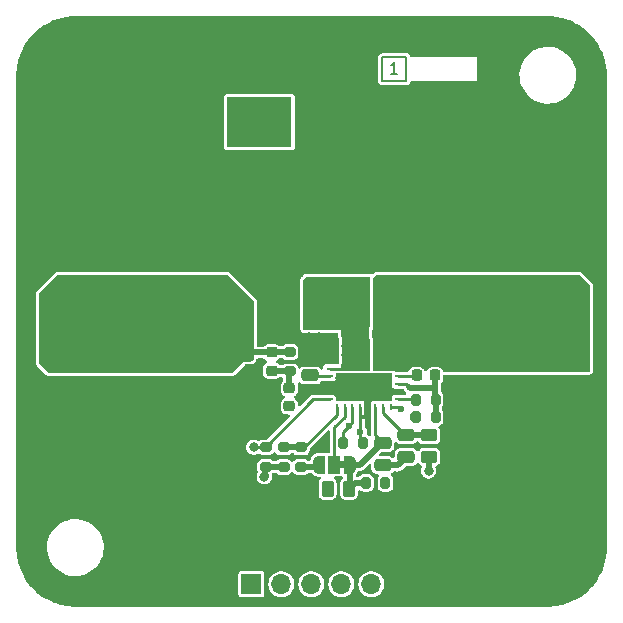
<source format=gtl>
%TF.GenerationSoftware,KiCad,Pcbnew,7.0.1-3b83917a11~172~ubuntu22.10.1*%
%TF.CreationDate,2023-09-26T16:25:10+02:00*%
%TF.ProjectId,MIC28517,4d494332-3835-4313-972e-6b696361645f,rev?*%
%TF.SameCoordinates,Original*%
%TF.FileFunction,Copper,L1,Top*%
%TF.FilePolarity,Positive*%
%FSLAX46Y46*%
G04 Gerber Fmt 4.6, Leading zero omitted, Abs format (unit mm)*
G04 Created by KiCad (PCBNEW 7.0.1-3b83917a11~172~ubuntu22.10.1) date 2023-09-26 16:25:10*
%MOMM*%
%LPD*%
G01*
G04 APERTURE LIST*
G04 Aperture macros list*
%AMRoundRect*
0 Rectangle with rounded corners*
0 $1 Rounding radius*
0 $2 $3 $4 $5 $6 $7 $8 $9 X,Y pos of 4 corners*
0 Add a 4 corners polygon primitive as box body*
4,1,4,$2,$3,$4,$5,$6,$7,$8,$9,$2,$3,0*
0 Add four circle primitives for the rounded corners*
1,1,$1+$1,$2,$3*
1,1,$1+$1,$4,$5*
1,1,$1+$1,$6,$7*
1,1,$1+$1,$8,$9*
0 Add four rect primitives between the rounded corners*
20,1,$1+$1,$2,$3,$4,$5,0*
20,1,$1+$1,$4,$5,$6,$7,0*
20,1,$1+$1,$6,$7,$8,$9,0*
20,1,$1+$1,$8,$9,$2,$3,0*%
%AMFreePoly0*
4,1,19,0.550000,-0.750000,0.000000,-0.750000,0.000000,-0.744911,-0.071157,-0.744911,-0.207708,-0.704816,-0.327430,-0.627875,-0.420627,-0.520320,-0.479746,-0.390866,-0.500000,-0.250000,-0.500000,0.250000,-0.479746,0.390866,-0.420627,0.520320,-0.327430,0.627875,-0.207708,0.704816,-0.071157,0.744911,0.000000,0.744911,0.000000,0.750000,0.550000,0.750000,0.550000,-0.750000,0.550000,-0.750000,
$1*%
%AMFreePoly1*
4,1,19,0.000000,0.744911,0.071157,0.744911,0.207708,0.704816,0.327430,0.627875,0.420627,0.520320,0.479746,0.390866,0.500000,0.250000,0.500000,-0.250000,0.479746,-0.390866,0.420627,-0.520320,0.327430,-0.627875,0.207708,-0.704816,0.071157,-0.744911,0.000000,-0.744911,0.000000,-0.750000,-0.550000,-0.750000,-0.550000,0.750000,0.000000,0.750000,0.000000,0.744911,0.000000,0.744911,
$1*%
G04 Aperture macros list end*
%ADD10C,0.200000*%
%TA.AperFunction,NonConductor*%
%ADD11C,0.200000*%
%TD*%
%TA.AperFunction,SMDPad,CuDef*%
%ADD12FreePoly0,180.000000*%
%TD*%
%TA.AperFunction,SMDPad,CuDef*%
%ADD13R,1.000000X1.500000*%
%TD*%
%TA.AperFunction,SMDPad,CuDef*%
%ADD14FreePoly1,180.000000*%
%TD*%
%TA.AperFunction,SMDPad,CuDef*%
%ADD15RoundRect,0.200000X-0.200000X-0.275000X0.200000X-0.275000X0.200000X0.275000X-0.200000X0.275000X0*%
%TD*%
%TA.AperFunction,SMDPad,CuDef*%
%ADD16RoundRect,0.200000X-0.275000X0.200000X-0.275000X-0.200000X0.275000X-0.200000X0.275000X0.200000X0*%
%TD*%
%TA.AperFunction,SMDPad,CuDef*%
%ADD17RoundRect,0.200000X0.200000X0.275000X-0.200000X0.275000X-0.200000X-0.275000X0.200000X-0.275000X0*%
%TD*%
%TA.AperFunction,SMDPad,CuDef*%
%ADD18RoundRect,0.200000X0.275000X-0.200000X0.275000X0.200000X-0.275000X0.200000X-0.275000X-0.200000X0*%
%TD*%
%TA.AperFunction,SMDPad,CuDef*%
%ADD19C,0.300000*%
%TD*%
%TA.AperFunction,ComponentPad*%
%ADD20C,8.600000*%
%TD*%
%TA.AperFunction,ComponentPad*%
%ADD21C,0.900000*%
%TD*%
%TA.AperFunction,SMDPad,CuDef*%
%ADD22R,0.609600X0.254000*%
%TD*%
%TA.AperFunction,SMDPad,CuDef*%
%ADD23R,0.254000X0.609600*%
%TD*%
%TA.AperFunction,SMDPad,CuDef*%
%ADD24R,4.851400X2.362200*%
%TD*%
%TA.AperFunction,SMDPad,CuDef*%
%ADD25R,2.133600X2.692400*%
%TD*%
%TA.AperFunction,SMDPad,CuDef*%
%ADD26R,2.387600X2.692400*%
%TD*%
%TA.AperFunction,SMDPad,CuDef*%
%ADD27R,0.762000X2.032000*%
%TD*%
%TA.AperFunction,SMDPad,CuDef*%
%ADD28RoundRect,0.250000X0.450000X-0.262500X0.450000X0.262500X-0.450000X0.262500X-0.450000X-0.262500X0*%
%TD*%
%TA.AperFunction,SMDPad,CuDef*%
%ADD29RoundRect,0.250000X0.262500X0.450000X-0.262500X0.450000X-0.262500X-0.450000X0.262500X-0.450000X0*%
%TD*%
%TA.AperFunction,SMDPad,CuDef*%
%ADD30R,5.500000X4.250000*%
%TD*%
%TA.AperFunction,ComponentPad*%
%ADD31R,3.000000X3.000000*%
%TD*%
%TA.AperFunction,ComponentPad*%
%ADD32C,3.000000*%
%TD*%
%TA.AperFunction,ComponentPad*%
%ADD33R,1.700000X1.700000*%
%TD*%
%TA.AperFunction,ComponentPad*%
%ADD34O,1.700000X1.700000*%
%TD*%
%TA.AperFunction,SMDPad,CuDef*%
%ADD35RoundRect,0.250000X-2.450000X0.650000X-2.450000X-0.650000X2.450000X-0.650000X2.450000X0.650000X0*%
%TD*%
%TA.AperFunction,SMDPad,CuDef*%
%ADD36RoundRect,0.250000X-0.475000X0.250000X-0.475000X-0.250000X0.475000X-0.250000X0.475000X0.250000X0*%
%TD*%
%TA.AperFunction,SMDPad,CuDef*%
%ADD37RoundRect,0.250000X2.450000X-0.650000X2.450000X0.650000X-2.450000X0.650000X-2.450000X-0.650000X0*%
%TD*%
%TA.AperFunction,SMDPad,CuDef*%
%ADD38RoundRect,0.250000X0.475000X-0.250000X0.475000X0.250000X-0.475000X0.250000X-0.475000X-0.250000X0*%
%TD*%
%TA.AperFunction,SMDPad,CuDef*%
%ADD39RoundRect,0.225000X-0.250000X0.225000X-0.250000X-0.225000X0.250000X-0.225000X0.250000X0.225000X0*%
%TD*%
%TA.AperFunction,SMDPad,CuDef*%
%ADD40RoundRect,0.225000X0.250000X-0.225000X0.250000X0.225000X-0.250000X0.225000X-0.250000X-0.225000X0*%
%TD*%
%TA.AperFunction,SMDPad,CuDef*%
%ADD41RoundRect,0.225000X-0.225000X-0.250000X0.225000X-0.250000X0.225000X0.250000X-0.225000X0.250000X0*%
%TD*%
%TA.AperFunction,ViaPad*%
%ADD42C,0.800000*%
%TD*%
%TA.AperFunction,ViaPad*%
%ADD43C,0.600000*%
%TD*%
%TA.AperFunction,Conductor*%
%ADD44C,0.500000*%
%TD*%
%TA.AperFunction,Conductor*%
%ADD45C,1.000000*%
%TD*%
%TA.AperFunction,Conductor*%
%ADD46C,0.254000*%
%TD*%
%TA.AperFunction,Conductor*%
%ADD47C,0.250000*%
%TD*%
G04 APERTURE END LIST*
D10*
D11*
X182261904Y-54877619D02*
X181690476Y-54877619D01*
X181976190Y-54877619D02*
X181976190Y-53877619D01*
X181976190Y-53877619D02*
X181880952Y-54020476D01*
X181880952Y-54020476D02*
X181785714Y-54115714D01*
X181785714Y-54115714D02*
X181690476Y-54163333D01*
X181000000Y-53500000D02*
X183000000Y-53500000D01*
X183000000Y-55500000D01*
X181000000Y-55500000D01*
X181000000Y-53500000D01*
%TA.AperFunction,EtchedComponent*%
%TO.C,JP1*%
G36*
X177825000Y-88275000D02*
G01*
X177325000Y-88275000D01*
X177325000Y-87675000D01*
X177825000Y-87675000D01*
X177825000Y-88275000D01*
G37*
%TD.AperFunction*%
%TA.AperFunction,EtchedComponent*%
%TO.C,NT1*%
G36*
X179725000Y-84100000D02*
G01*
X179125000Y-84100000D01*
X179125000Y-83800000D01*
X179725000Y-83800000D01*
X179725000Y-84100000D01*
G37*
%TD.AperFunction*%
%TD*%
D12*
%TO.P,JP1,1,A*%
%TO.N,VDD*%
X178225000Y-87975000D03*
D13*
%TO.P,JP1,2,C*%
%TO.N,/MODE*%
X176925000Y-87975000D03*
D14*
%TO.P,JP1,3,B*%
%TO.N,GNDA*%
X175625000Y-87975000D03*
%TD*%
D15*
%TO.P,R10,1*%
%TO.N,/FB*%
X177675000Y-86125000D03*
%TO.P,R10,2*%
%TO.N,GNDA*%
X179325000Y-86125000D03*
%TD*%
D16*
%TO.P,R9,1*%
%TO.N,/Vout*%
X173150000Y-78425000D03*
%TO.P,R9,2*%
%TO.N,/FB*%
X173150000Y-80075000D03*
%TD*%
D17*
%TO.P,R8,1*%
%TO.N,/SW*%
X185500000Y-83950000D03*
%TO.P,R8,2*%
%TO.N,Net-(C4-Pad1)*%
X183850000Y-83950000D03*
%TD*%
%TO.P,R7,1*%
%TO.N,/SW*%
X185500000Y-82475000D03*
%TO.P,R7,2*%
%TO.N,/Ilim*%
X183850000Y-82475000D03*
%TD*%
D16*
%TO.P,R5,1*%
%TO.N,/FREQ*%
X174100000Y-86512500D03*
%TO.P,R5,2*%
%TO.N,GNDA*%
X174100000Y-88162500D03*
%TD*%
D18*
%TO.P,R3,1*%
%TO.N,/Vin*%
X172625000Y-88162500D03*
%TO.P,R3,2*%
%TO.N,/FREQ*%
X172625000Y-86512500D03*
%TD*%
%TO.P,R2,1*%
%TO.N,/Vin*%
X171125000Y-88150000D03*
%TO.P,R2,2*%
%TO.N,/EN*%
X171125000Y-86500000D03*
%TD*%
D15*
%TO.P,R1,1*%
%TO.N,VDD*%
X179600000Y-89525000D03*
%TO.P,R1,2*%
%TO.N,/PG*%
X181250000Y-89525000D03*
%TD*%
D19*
%TO.P,NT1,1,1*%
%TO.N,GNDA*%
X179125000Y-83950000D03*
%TO.P,NT1,2,2*%
%TO.N,GND*%
X179725000Y-83950000D03*
%TD*%
D20*
%TO.P,H4,1,1*%
%TO.N,GND*%
X155000000Y-55000000D03*
D21*
X155000000Y-58225000D03*
X152719581Y-57280419D03*
X157280419Y-52719581D03*
X157280419Y-57280419D03*
X151775000Y-55000000D03*
X152719581Y-52719581D03*
X155000000Y-51775000D03*
X158225000Y-55000000D03*
%TD*%
D20*
%TO.P,H2,1,1*%
%TO.N,GND*%
X195000000Y-95000000D03*
D21*
X195000000Y-98225000D03*
X192719581Y-97280419D03*
X197280419Y-92719581D03*
X197280419Y-97280419D03*
X191775000Y-95000000D03*
X192719581Y-92719581D03*
X195000000Y-91775000D03*
X198225000Y-95000000D03*
%TD*%
D22*
%TO.P,U1,1,ILIM*%
%TO.N,/Ilim*%
X182320600Y-82449999D03*
%TO.P,U1,2,PGND*%
%TO.N,GND*%
X182320600Y-81800001D03*
%TO.P,U1,3,SW*%
%TO.N,/SW*%
X182320600Y-81149999D03*
%TO.P,U1,4,BST*%
%TO.N,/BST*%
X182320600Y-80500001D03*
%TO.P,U1,5,PVIN*%
%TO.N,/Vin*%
X182320600Y-79849999D03*
%TO.P,U1,6,PVIN*%
X182320600Y-79200001D03*
%TO.P,U1,7,PVIN*%
X182320600Y-78549999D03*
%TO.P,U1,8,PVIN*%
X182320600Y-77900001D03*
D23*
%TO.P,U1,9,PVIN*%
X181699999Y-77279400D03*
%TO.P,U1,10,PVIN*%
X181050001Y-77279400D03*
%TO.P,U1,11,PVIN*%
X180399999Y-77279400D03*
%TO.P,U1,12,SW*%
%TO.N,/SW*%
X179750001Y-77279400D03*
%TO.P,U1,13,SW*%
X179099999Y-77279400D03*
%TO.P,U1,14,SW*%
X178450001Y-77279400D03*
%TO.P,U1,15,SW*%
X177799999Y-77279400D03*
%TO.P,U1,16,PGND*%
%TO.N,GND*%
X177150001Y-77279400D03*
D22*
%TO.P,U1,17,PGND*%
X176529400Y-77900001D03*
%TO.P,U1,18,PGND*%
X176529400Y-78549999D03*
%TO.P,U1,19,PGND*%
X176529400Y-79200001D03*
%TO.P,U1,20,SW*%
%TO.N,/SW*%
X176529400Y-79849999D03*
%TO.P,U1,21,PVDD*%
%TO.N,/PVDD*%
X176529400Y-80500001D03*
%TO.P,U1,22,PGND*%
%TO.N,GND*%
X176529400Y-81149999D03*
%TO.P,U1,23,EXTVDD*%
X176529400Y-81800001D03*
%TO.P,U1,24,EN*%
%TO.N,/EN*%
X176529400Y-82449999D03*
D23*
%TO.P,U1,25,FREQ*%
%TO.N,/FREQ*%
X177150001Y-83070600D03*
%TO.P,U1,26,MODE*%
%TO.N,/MODE*%
X177799999Y-83070600D03*
%TO.P,U1,27,FB*%
%TO.N,/FB*%
X178450001Y-83070600D03*
%TO.P,U1,28,AGND*%
%TO.N,GNDA*%
X179099999Y-83070600D03*
%TO.P,U1,29,PGND*%
%TO.N,GND*%
X179750001Y-83070600D03*
%TO.P,U1,30,VDD*%
%TO.N,VDD*%
X180399999Y-83070600D03*
%TO.P,U1,31,SVIN*%
%TO.N,/Svin*%
X181050001Y-83070600D03*
%TO.P,U1,32,PG*%
%TO.N,/PG*%
X181699999Y-83070600D03*
D24*
%TO.P,U1,33,PGND*%
%TO.N,GND*%
X179425000Y-81420000D03*
D25*
%TO.P,U1,EP5,PVIN*%
%TO.N,/Vin*%
X181205000Y-78680000D03*
D26*
%TO.P,U1,EP12,SW*%
%TO.N,/SW*%
X178730000Y-78680000D03*
D27*
%TO.P,U1,EP19,PGND*%
%TO.N,GND*%
X176950000Y-78355000D03*
%TD*%
D28*
%TO.P,R6,1*%
%TO.N,/Vin*%
X184950000Y-87312500D03*
%TO.P,R6,2*%
%TO.N,/Svin*%
X184950000Y-85487500D03*
%TD*%
D29*
%TO.P,R4,2*%
%TO.N,/PVDD*%
X176350000Y-90025000D03*
%TO.P,R4,1*%
%TO.N,VDD*%
X178175000Y-90025000D03*
%TD*%
D30*
%TO.P,L1,1,1*%
%TO.N,/Vout*%
X163925000Y-74225000D03*
%TO.P,L1,2,2*%
%TO.N,/SW*%
X177225000Y-74225000D03*
%TO.P,L1,3*%
%TO.N,N/C*%
X170575000Y-58975000D03*
%TD*%
D31*
%TO.P,J3,1,Pin_1*%
%TO.N,GND*%
X154025000Y-69110000D03*
D32*
%TO.P,J3,2,Pin_2*%
%TO.N,/Vout*%
X154025000Y-74190000D03*
%TD*%
D31*
%TO.P,J2,1,Pin_1*%
%TO.N,/Vin*%
X196100000Y-73640000D03*
D32*
%TO.P,J2,2,Pin_2*%
%TO.N,GND*%
X196100000Y-68560000D03*
%TD*%
D33*
%TO.P,J1,1,Pin_1*%
%TO.N,/EN*%
X169900000Y-98100000D03*
D34*
%TO.P,J1,2,Pin_2*%
%TO.N,GNDA*%
X172440000Y-98100000D03*
%TO.P,J1,3,Pin_3*%
%TO.N,/FB*%
X174980000Y-98100000D03*
%TO.P,J1,4,Pin_4*%
%TO.N,GNDA*%
X177520000Y-98100000D03*
%TO.P,J1,5,Pin_5*%
%TO.N,/PG*%
X180060000Y-98100000D03*
%TD*%
D35*
%TO.P,C14,1*%
%TO.N,/Vin*%
X189425000Y-77625000D03*
%TO.P,C14,2*%
%TO.N,GND*%
X189425000Y-82725000D03*
%TD*%
%TO.P,C13,2*%
%TO.N,GND*%
X195700000Y-82700000D03*
%TO.P,C13,1*%
%TO.N,/Vin*%
X195700000Y-77600000D03*
%TD*%
D36*
%TO.P,C12,1*%
%TO.N,/Svin*%
X183000000Y-85450000D03*
%TO.P,C12,2*%
%TO.N,GNDA*%
X183000000Y-87350000D03*
%TD*%
D37*
%TO.P,C11,1*%
%TO.N,/Vin*%
X188900000Y-75150000D03*
%TO.P,C11,2*%
%TO.N,GND*%
X188900000Y-70050000D03*
%TD*%
D35*
%TO.P,C10,1*%
%TO.N,/Vout*%
X154875000Y-78325000D03*
%TO.P,C10,2*%
%TO.N,GND*%
X154875000Y-83425000D03*
%TD*%
D38*
%TO.P,C9,1*%
%TO.N,/PVDD*%
X174875000Y-80425000D03*
%TO.P,C9,2*%
%TO.N,GND*%
X174875000Y-78525000D03*
%TD*%
D35*
%TO.P,C8,1*%
%TO.N,/Vout*%
X161075000Y-78325000D03*
%TO.P,C8,2*%
%TO.N,GND*%
X161075000Y-83425000D03*
%TD*%
D39*
%TO.P,C7,2*%
%TO.N,/FB*%
X171625000Y-80025000D03*
%TO.P,C7,1*%
%TO.N,/Vout*%
X171625000Y-78475000D03*
%TD*%
D35*
%TO.P,C6,1*%
%TO.N,/Vout*%
X167375000Y-78325000D03*
%TO.P,C6,2*%
%TO.N,GND*%
X167375000Y-83425000D03*
%TD*%
D40*
%TO.P,C4,1*%
%TO.N,Net-(C4-Pad1)*%
X173125000Y-83025000D03*
%TO.P,C4,2*%
%TO.N,/FB*%
X173125000Y-81475000D03*
%TD*%
D41*
%TO.P,C2,1*%
%TO.N,/BST*%
X183900000Y-80425000D03*
%TO.P,C2,2*%
%TO.N,/SW*%
X185450000Y-80425000D03*
%TD*%
D36*
%TO.P,C1,1*%
%TO.N,VDD*%
X181025000Y-86125000D03*
%TO.P,C1,2*%
%TO.N,GNDA*%
X181025000Y-88025000D03*
%TD*%
D42*
%TO.N,/SW*%
X175550000Y-73700000D03*
X177950000Y-75900000D03*
X179150000Y-75900000D03*
X179150000Y-74700000D03*
X179150000Y-72500000D03*
X179150000Y-73700000D03*
X177950000Y-72500000D03*
X175550000Y-75900000D03*
X177950000Y-74700000D03*
X176750000Y-74700000D03*
X176750000Y-75900000D03*
X175550000Y-74700000D03*
X176750000Y-73700000D03*
X175550000Y-72500000D03*
X177950000Y-73700000D03*
X176750000Y-72500000D03*
%TO.N,/Vin*%
X171000000Y-89000000D03*
%TO.N,/Vout*%
X155400000Y-72400000D03*
X156400000Y-72400000D03*
X156400000Y-73400000D03*
X156400000Y-74400000D03*
X156400000Y-75400000D03*
X156400000Y-76400000D03*
X155400000Y-76400000D03*
X154400000Y-76400000D03*
X153400000Y-76400000D03*
X152400000Y-76400000D03*
%TO.N,/Vin*%
X198000000Y-75800000D03*
X197000000Y-75800000D03*
X196000000Y-75800000D03*
X195000000Y-75800000D03*
X194000000Y-75400000D03*
X194000000Y-74400000D03*
X194000000Y-73400000D03*
X194000000Y-72400000D03*
%TO.N,GND*%
X196100000Y-66400000D03*
X196100000Y-70650000D03*
X193900000Y-69500000D03*
X193900000Y-70650000D03*
X195000000Y-66400000D03*
X193900000Y-68500000D03*
X195000000Y-70650000D03*
X198300000Y-67600000D03*
X193900000Y-66400000D03*
X198300000Y-69600000D03*
X198300000Y-68600000D03*
X198300000Y-66400000D03*
X197200000Y-66400000D03*
X198300000Y-70650000D03*
X197200000Y-70650000D03*
X193900000Y-67500000D03*
X156200000Y-70200000D03*
X156200000Y-69200000D03*
X156200000Y-68200000D03*
X151800000Y-69100000D03*
X151800000Y-70100000D03*
X151800000Y-68100000D03*
X154000000Y-67000000D03*
X151800000Y-67000000D03*
X152900000Y-67000000D03*
X156200000Y-67000000D03*
X155100000Y-67000000D03*
X156200000Y-71250000D03*
X155100000Y-71250000D03*
X154000000Y-71250000D03*
X152900000Y-71250000D03*
X151800000Y-71250000D03*
X174000000Y-77200000D03*
X174800000Y-77200000D03*
%TO.N,/Vin*%
X184900000Y-88500000D03*
X189600000Y-75200000D03*
X190800000Y-75200000D03*
X187200000Y-75200000D03*
X188400000Y-75200000D03*
X190000000Y-77600000D03*
X196000000Y-77600000D03*
X191200000Y-77600000D03*
X193600000Y-77600000D03*
X197200000Y-77600000D03*
X187600000Y-77600000D03*
X194800000Y-77600000D03*
X188800000Y-77600000D03*
%TO.N,/Vout*%
X164600000Y-73700000D03*
X165800000Y-73700000D03*
X165800000Y-72500000D03*
X162200000Y-73700000D03*
X164600000Y-72500000D03*
X163400000Y-72500000D03*
X163400000Y-73700000D03*
X162200000Y-72500000D03*
X164600000Y-74700000D03*
X165800000Y-74700000D03*
X162200000Y-74700000D03*
X163400000Y-74700000D03*
X164600000Y-75900000D03*
X162200000Y-75900000D03*
X163400000Y-75900000D03*
X165800000Y-75900000D03*
X165600000Y-78400000D03*
X166800000Y-78400000D03*
X162800000Y-78400000D03*
X168000000Y-78400000D03*
X159200000Y-78400000D03*
X169200000Y-78400000D03*
X153200000Y-78400000D03*
X160400000Y-78400000D03*
X156800000Y-78400000D03*
X154400000Y-78400000D03*
X161600000Y-78400000D03*
X155600000Y-78400000D03*
%TO.N,GND*%
X175600000Y-77200000D03*
D43*
%TO.N,GNDA*%
X182200000Y-88000000D03*
D42*
%TO.N,/EN*%
X170100000Y-86500000D03*
%TO.N,GND*%
X187200000Y-67200000D03*
X188400000Y-67200000D03*
X190800000Y-68400000D03*
X187200000Y-68400000D03*
X190800000Y-67200000D03*
X188400000Y-68400000D03*
X189600000Y-67200000D03*
X189600000Y-68400000D03*
X195200000Y-84200000D03*
X197600000Y-83000000D03*
X194000000Y-84200000D03*
X194000000Y-83000000D03*
X195200000Y-83000000D03*
X196400000Y-84200000D03*
X197600000Y-84200000D03*
X196400000Y-83000000D03*
X187600000Y-84200000D03*
X191200000Y-83000000D03*
X190000000Y-83000000D03*
X188800000Y-84200000D03*
X188800000Y-83000000D03*
X190000000Y-84200000D03*
X191200000Y-84200000D03*
X187600000Y-83000000D03*
X159200000Y-83800000D03*
X169200000Y-83800000D03*
X168000000Y-83800000D03*
X160400000Y-83800000D03*
X155600000Y-83800000D03*
X153200000Y-83800000D03*
X154400000Y-83800000D03*
X166800000Y-83800000D03*
X156800000Y-83800000D03*
X162800000Y-83800000D03*
X161600000Y-83800000D03*
X165600000Y-83800000D03*
X166800000Y-85000000D03*
X168000000Y-85000000D03*
X169200000Y-85000000D03*
X161600000Y-85000000D03*
X159200000Y-85000000D03*
X160400000Y-85000000D03*
X162800000Y-85000000D03*
X165600000Y-85000000D03*
X156800000Y-85000000D03*
X155600000Y-85000000D03*
X154400000Y-85000000D03*
X153200000Y-85000000D03*
D43*
%TO.N,/PVDD*%
X174875002Y-80425000D03*
X176325000Y-90050000D03*
%TO.N,GNDA*%
X175625000Y-87975000D03*
X174100000Y-88200000D03*
X179125000Y-85175000D03*
%TO.N,/FB*%
X173125000Y-80775000D03*
%TO.N,/PG*%
X181275000Y-89525000D03*
%TO.N,Net-(C4-Pad1)*%
X173125000Y-83025000D03*
%TO.N,/FB*%
X178150000Y-84700000D03*
%TO.N,GNDA*%
X183025000Y-87550000D03*
X181025000Y-88200000D03*
%TO.N,Net-(C4-Pad1)*%
X183575000Y-83901500D03*
%TO.N,/PG*%
X182550000Y-83275000D03*
D42*
%TO.N,GND*%
X176900000Y-77725000D03*
X176900000Y-78975000D03*
%TO.N,/Vin*%
X181625000Y-79475000D03*
X180825000Y-79475000D03*
X181625000Y-77875000D03*
X181625000Y-78675000D03*
X180825000Y-78675000D03*
%TO.N,/SW*%
X177925000Y-77925000D03*
X179525000Y-77925000D03*
X178725000Y-77925000D03*
X179525000Y-78725000D03*
X177925000Y-78725000D03*
X178725000Y-78725000D03*
X178725000Y-79525000D03*
X179525000Y-79525000D03*
X177925000Y-79525000D03*
%TO.N,GND*%
X181025000Y-82175000D03*
X179425000Y-82175000D03*
X180225000Y-82175000D03*
X178625000Y-82175000D03*
X177825000Y-82175000D03*
X179825000Y-80675000D03*
X177425000Y-80675000D03*
X178225000Y-80675000D03*
X180625000Y-80675000D03*
X181425000Y-80675000D03*
X179025000Y-80675000D03*
X178225000Y-81475000D03*
X179025000Y-81475000D03*
X179825000Y-81475000D03*
X180625000Y-81475000D03*
X181425000Y-81475000D03*
X177425000Y-81475000D03*
%TD*%
D44*
%TO.N,/Vin*%
X171000000Y-89000000D02*
X171125000Y-88875000D01*
X171125000Y-88150000D02*
X171000000Y-89000000D01*
X172625000Y-88162500D02*
X171137500Y-88162500D01*
X171137500Y-88162500D02*
X171125000Y-88150000D01*
%TO.N,/Vout*%
X154025000Y-77025000D02*
X154025000Y-77475000D01*
X153400000Y-76400000D02*
X154025000Y-77025000D01*
X154025000Y-75775000D02*
X153400000Y-76400000D01*
D45*
%TO.N,/Vin*%
X196100000Y-75900000D02*
X196100000Y-77200000D01*
X196000000Y-75800000D02*
X196100000Y-75900000D01*
X196100000Y-75700000D02*
X196000000Y-75800000D01*
D44*
X184025000Y-79300000D02*
X183300000Y-79300000D01*
X185700000Y-77625000D02*
X184025000Y-79300000D01*
D45*
X189425000Y-77625000D02*
X185700000Y-77625000D01*
X185700000Y-77625000D02*
X182675000Y-77625000D01*
D44*
X184950000Y-87312500D02*
X184950000Y-88450000D01*
X184950000Y-88450000D02*
X184900000Y-88500000D01*
D46*
%TO.N,/EN*%
X176529400Y-82449999D02*
X175150001Y-82449999D01*
X175150001Y-82449999D02*
X171100000Y-86500000D01*
X171100000Y-86500000D02*
X170100000Y-86500000D01*
X171125000Y-86500000D02*
X170100000Y-86500000D01*
D44*
%TO.N,GNDA*%
X182225000Y-88025000D02*
X182325000Y-88025000D01*
X182200000Y-88000000D02*
X182225000Y-88025000D01*
X182175000Y-88025000D02*
X182200000Y-88000000D01*
%TO.N,/SW*%
X185500000Y-82475000D02*
X185500000Y-83950000D01*
%TO.N,GND*%
X195700000Y-82700000D02*
X189450000Y-82700000D01*
X189450000Y-82700000D02*
X189425000Y-82725000D01*
X154875000Y-83425000D02*
X167375000Y-83425000D01*
%TO.N,/Vout*%
X154025000Y-74190000D02*
X154025000Y-75775000D01*
X154025000Y-77475000D02*
X154875000Y-78325000D01*
%TO.N,/SW*%
X177925000Y-77925000D02*
X177925000Y-74925000D01*
X177925000Y-74925000D02*
X177225000Y-74225000D01*
%TO.N,/Vout*%
X171625000Y-78475000D02*
X167525000Y-78475000D01*
X167525000Y-78475000D02*
X167375000Y-78325000D01*
D45*
X163925000Y-74225000D02*
X163925000Y-75475000D01*
X163925000Y-75475000D02*
X161075000Y-78325000D01*
X154875000Y-78325000D02*
X167375000Y-78325000D01*
%TO.N,GND*%
X154025000Y-69110000D02*
X187960000Y-69110000D01*
X187960000Y-69110000D02*
X188900000Y-70050000D01*
X196100000Y-68560000D02*
X190390000Y-68560000D01*
X190390000Y-68560000D02*
X188900000Y-70050000D01*
%TO.N,/Vin*%
X196100000Y-73640000D02*
X196100000Y-75700000D01*
X196100000Y-77200000D02*
X195700000Y-77600000D01*
X188900000Y-75150000D02*
X188900000Y-77100000D01*
X188900000Y-77100000D02*
X189425000Y-77625000D01*
X182675000Y-77625000D02*
X181625000Y-78675000D01*
X195700000Y-77600000D02*
X189450000Y-77600000D01*
X189450000Y-77600000D02*
X189425000Y-77625000D01*
D47*
%TO.N,/PVDD*%
X174950003Y-80500001D02*
X174875002Y-80425000D01*
X174875000Y-80425000D02*
X174875002Y-80425000D01*
X176529400Y-80500001D02*
X174950003Y-80500001D01*
D44*
%TO.N,GNDA*%
X174100000Y-88200000D02*
X175437500Y-88162500D01*
D46*
X179125000Y-85175000D02*
X179125000Y-85925000D01*
X179125000Y-84625000D02*
X179125000Y-85175000D01*
D44*
X181025000Y-88025000D02*
X182175000Y-88025000D01*
X182325000Y-88025000D02*
X183000000Y-87350000D01*
X174100000Y-88162500D02*
X174100000Y-88200000D01*
X175437500Y-88162500D02*
X175625000Y-87975000D01*
%TO.N,/FREQ*%
X172625000Y-86512500D02*
X174100000Y-86512500D01*
%TO.N,/Vout*%
X173150000Y-78425000D02*
X171675000Y-78425000D01*
X171675000Y-78425000D02*
X171625000Y-78475000D01*
%TO.N,/FB*%
X173125000Y-81475000D02*
X173125000Y-80100000D01*
X173125000Y-80100000D02*
X173150000Y-80075000D01*
X173150000Y-80075000D02*
X171675000Y-80075000D01*
X171675000Y-80075000D02*
X171625000Y-80025000D01*
D46*
%TO.N,/FREQ*%
X177150001Y-83070600D02*
X177150001Y-83749999D01*
X177150001Y-83749999D02*
X174387500Y-86512500D01*
X174387500Y-86512500D02*
X174100000Y-86512500D01*
%TO.N,GND*%
X176529400Y-81800001D02*
X177099999Y-81800001D01*
X177099999Y-81800001D02*
X177425000Y-81475000D01*
X176529400Y-81149999D02*
X177099999Y-81149999D01*
X177099999Y-81149999D02*
X177425000Y-81475000D01*
%TO.N,/FB*%
X178450001Y-84399999D02*
X178150000Y-84700000D01*
X178450001Y-83070600D02*
X178450001Y-84399999D01*
X177675000Y-85175000D02*
X178150000Y-84700000D01*
X177675000Y-86125000D02*
X177675000Y-85175000D01*
%TO.N,/MODE*%
X177799999Y-83070600D02*
X177799999Y-83900001D01*
X177799999Y-83900001D02*
X176925000Y-84775000D01*
X176925000Y-84775000D02*
X176925000Y-87975000D01*
D44*
%TO.N,VDD*%
X181025000Y-86125000D02*
X180975000Y-86125000D01*
X180975000Y-86125000D02*
X179125000Y-87975000D01*
X179125000Y-87975000D02*
X178225000Y-87975000D01*
X179600000Y-89525000D02*
X178675000Y-89525000D01*
X178675000Y-89525000D02*
X178175000Y-90025000D01*
X178225000Y-87975000D02*
X178225000Y-89975000D01*
X178225000Y-89975000D02*
X178175000Y-90025000D01*
D46*
%TO.N,GNDA*%
X179125000Y-83950000D02*
X179125000Y-84625000D01*
X179125000Y-85925000D02*
X179325000Y-86125000D01*
%TO.N,VDD*%
X180399999Y-83070600D02*
X180399999Y-85499999D01*
X180399999Y-85499999D02*
X181025000Y-86125000D01*
%TO.N,/Svin*%
X181050001Y-83070600D02*
X181050001Y-83629400D01*
X181050001Y-83629400D02*
X182870601Y-85450000D01*
X182870601Y-85450000D02*
X183000000Y-85450000D01*
%TO.N,/Ilim*%
X182320600Y-82449999D02*
X183824999Y-82449999D01*
X183824999Y-82449999D02*
X183850000Y-82475000D01*
D44*
%TO.N,/SW*%
X185450000Y-81475000D02*
X185450000Y-82425000D01*
X185450000Y-80425000D02*
X185450000Y-81475000D01*
X185450000Y-81475000D02*
X183325000Y-81475000D01*
X183325000Y-81475000D02*
X183250000Y-81400000D01*
X185450000Y-82425000D02*
X185500000Y-82475000D01*
D46*
X182320600Y-81149999D02*
X182999999Y-81149999D01*
X182999999Y-81149999D02*
X183250000Y-81400000D01*
D44*
%TO.N,/Svin*%
X184950000Y-85487500D02*
X183037500Y-85487500D01*
X183037500Y-85487500D02*
X183000000Y-85450000D01*
%TO.N,VDD*%
X180987500Y-86162500D02*
X181025000Y-86125000D01*
D46*
%TO.N,/PG*%
X181699999Y-83070600D02*
X182345600Y-83070600D01*
X182345600Y-83070600D02*
X182550000Y-83275000D01*
X181699999Y-83070600D02*
X181699999Y-83099999D01*
%TO.N,GND*%
X179749999Y-83070600D02*
X179750000Y-83950000D01*
%TO.N,GNDA*%
X179099999Y-83070600D02*
X179100000Y-83950000D01*
%TO.N,GND*%
X182320600Y-81800001D02*
X181750001Y-81800001D01*
X181750001Y-81800001D02*
X181425000Y-81475000D01*
D47*
%TO.N,/BST*%
X182320600Y-80500001D02*
X183824999Y-80500001D01*
X183824999Y-80500001D02*
X183900000Y-80425000D01*
%TO.N,/SW*%
X176529400Y-79849999D02*
X177560001Y-79849999D01*
X177560001Y-79849999D02*
X178730000Y-78680000D01*
%TD*%
%TA.AperFunction,Conductor*%
%TO.N,GND*%
G36*
X177381964Y-80230838D02*
G01*
X177414855Y-80246394D01*
X177438460Y-80262166D01*
X177453190Y-80265096D01*
X177511525Y-80276700D01*
X177511526Y-80276700D01*
X179948473Y-80276700D01*
X179948474Y-80276700D01*
X180006810Y-80265096D01*
X180055190Y-80265096D01*
X180113526Y-80276700D01*
X181641300Y-80276700D01*
X181703300Y-80293313D01*
X181748687Y-80338700D01*
X181765300Y-80400700D01*
X181765300Y-80651676D01*
X181779834Y-80724741D01*
X181800794Y-80756111D01*
X181819308Y-80800809D01*
X181819308Y-80849191D01*
X181800794Y-80893889D01*
X181779834Y-80925258D01*
X181765300Y-80998324D01*
X181765300Y-81301674D01*
X181779833Y-81374737D01*
X181779833Y-81374738D01*
X181779834Y-81374739D01*
X181835199Y-81457600D01*
X181918060Y-81512965D01*
X181954592Y-81520231D01*
X181991125Y-81527499D01*
X181991126Y-81527499D01*
X182257606Y-81527499D01*
X182650074Y-81527499D01*
X182677279Y-81527499D01*
X182726091Y-81537511D01*
X182767022Y-81565929D01*
X182793460Y-81608164D01*
X182806204Y-81642331D01*
X182870779Y-81728593D01*
X182870781Y-81728595D01*
X182923613Y-81781427D01*
X182940246Y-81802067D01*
X182942854Y-81806125D01*
X182942856Y-81806127D01*
X182942857Y-81806128D01*
X182980401Y-81838659D01*
X182986865Y-81844679D01*
X183002681Y-81860496D01*
X183000544Y-81862632D01*
X183028232Y-81897002D01*
X183039114Y-81957357D01*
X183019742Y-82015545D01*
X182974854Y-82057333D01*
X182915431Y-82072499D01*
X181991125Y-82072499D01*
X181918061Y-82087032D01*
X181835199Y-82142398D01*
X181779833Y-82225260D01*
X181765300Y-82298324D01*
X181765300Y-82391300D01*
X181748687Y-82453300D01*
X181703300Y-82498687D01*
X181641300Y-82515300D01*
X181548324Y-82515300D01*
X181475258Y-82529834D01*
X181443887Y-82550795D01*
X181399189Y-82569309D01*
X181350807Y-82569308D01*
X181306112Y-82550795D01*
X181274741Y-82529834D01*
X181274740Y-82529833D01*
X181274739Y-82529833D01*
X181201676Y-82515300D01*
X181201675Y-82515300D01*
X180898327Y-82515300D01*
X180898326Y-82515300D01*
X180825260Y-82529834D01*
X180793887Y-82550796D01*
X180749188Y-82569310D01*
X180700807Y-82569309D01*
X180656111Y-82550795D01*
X180624739Y-82529834D01*
X180624738Y-82529833D01*
X180624737Y-82529833D01*
X180551674Y-82515300D01*
X180551673Y-82515300D01*
X180248325Y-82515300D01*
X180248324Y-82515300D01*
X180175260Y-82529833D01*
X180092398Y-82585199D01*
X180037032Y-82668061D01*
X180022499Y-82741125D01*
X180022499Y-85411633D01*
X180004105Y-85476620D01*
X179954380Y-85522328D01*
X179888077Y-85535194D01*
X179824865Y-85511403D01*
X179722844Y-85436108D01*
X179722870Y-85436072D01*
X179696397Y-85419322D01*
X179667081Y-85371681D01*
X179661685Y-85316008D01*
X179680250Y-85175000D01*
X179661330Y-85031291D01*
X179605861Y-84897375D01*
X179605861Y-84897374D01*
X179528125Y-84796068D01*
X179509081Y-84760440D01*
X179502500Y-84720581D01*
X179502500Y-84121061D01*
X179508782Y-84094893D01*
X179507574Y-84094702D01*
X179530492Y-83949999D01*
X179510646Y-83824696D01*
X179491015Y-83786169D01*
X179477499Y-83729873D01*
X179477499Y-82741125D01*
X179462965Y-82668061D01*
X179462965Y-82668060D01*
X179407600Y-82585199D01*
X179324739Y-82529834D01*
X179324738Y-82529833D01*
X179324737Y-82529833D01*
X179251674Y-82515300D01*
X179251673Y-82515300D01*
X178948325Y-82515300D01*
X178948324Y-82515300D01*
X178875258Y-82529834D01*
X178843887Y-82550795D01*
X178799189Y-82569309D01*
X178750807Y-82569308D01*
X178706112Y-82550795D01*
X178674741Y-82529834D01*
X178674740Y-82529833D01*
X178674739Y-82529833D01*
X178601676Y-82515300D01*
X178601675Y-82515300D01*
X178298327Y-82515300D01*
X178298326Y-82515300D01*
X178225260Y-82529834D01*
X178193887Y-82550796D01*
X178149188Y-82569310D01*
X178100807Y-82569309D01*
X178056111Y-82550795D01*
X178024739Y-82529834D01*
X178024738Y-82529833D01*
X178024737Y-82529833D01*
X177951674Y-82515300D01*
X177951673Y-82515300D01*
X177648325Y-82515300D01*
X177648324Y-82515300D01*
X177575258Y-82529834D01*
X177543887Y-82550795D01*
X177499189Y-82569309D01*
X177450807Y-82569308D01*
X177406112Y-82550795D01*
X177374741Y-82529834D01*
X177374740Y-82529833D01*
X177374739Y-82529833D01*
X177301676Y-82515300D01*
X177301675Y-82515300D01*
X177208700Y-82515300D01*
X177146700Y-82498687D01*
X177101313Y-82453300D01*
X177084700Y-82391300D01*
X177084700Y-82298324D01*
X177070166Y-82225260D01*
X177070166Y-82225259D01*
X177014801Y-82142398D01*
X176931940Y-82087033D01*
X176931939Y-82087032D01*
X176931938Y-82087032D01*
X176858875Y-82072499D01*
X176858874Y-82072499D01*
X176592394Y-82072499D01*
X175202008Y-82072499D01*
X175176562Y-82069860D01*
X175165817Y-82067607D01*
X175147742Y-82069860D01*
X175134207Y-82071547D01*
X175118870Y-82072499D01*
X175118720Y-82072499D01*
X175098081Y-82075942D01*
X175093017Y-82076680D01*
X175033010Y-82084160D01*
X175032630Y-82084282D01*
X174979442Y-82113065D01*
X174974889Y-82115408D01*
X174920572Y-82141963D01*
X174920238Y-82142211D01*
X174879281Y-82186702D01*
X174875734Y-82190398D01*
X174062180Y-83003953D01*
X174012817Y-83034203D01*
X173955101Y-83038745D01*
X173901614Y-83016590D01*
X173864014Y-82972567D01*
X173850499Y-82916272D01*
X173850499Y-82754518D01*
X173850499Y-82754515D01*
X173844412Y-82697886D01*
X173833287Y-82668060D01*
X173796628Y-82569774D01*
X173714687Y-82460312D01*
X173605226Y-82378372D01*
X173572540Y-82366180D01*
X173523330Y-82332530D01*
X173495511Y-82279804D01*
X173495512Y-82220190D01*
X173523333Y-82167465D01*
X173572540Y-82133819D01*
X173605226Y-82121628D01*
X173714687Y-82039687D01*
X173796628Y-81930226D01*
X173844412Y-81802114D01*
X173850500Y-81745485D01*
X173850499Y-81204516D01*
X173844412Y-81147886D01*
X173844411Y-81147883D01*
X173844043Y-81144459D01*
X173851152Y-81087871D01*
X173882838Y-81040450D01*
X173932399Y-81012228D01*
X173989351Y-81009176D01*
X174041644Y-81031939D01*
X174042452Y-81032544D01*
X174042454Y-81032546D01*
X174157669Y-81118796D01*
X174292517Y-81169091D01*
X174352127Y-81175500D01*
X175397872Y-81175499D01*
X175457483Y-81169091D01*
X175592331Y-81118796D01*
X175707546Y-81032546D01*
X175787912Y-80925190D01*
X175831676Y-80888617D01*
X175887180Y-80875501D01*
X176177658Y-80875501D01*
X176197963Y-80877501D01*
X176199926Y-80877501D01*
X176858874Y-80877501D01*
X176858875Y-80877501D01*
X176883229Y-80872656D01*
X176931940Y-80862967D01*
X177014801Y-80807602D01*
X177070166Y-80724741D01*
X177084700Y-80651675D01*
X177084700Y-80349499D01*
X177101313Y-80287499D01*
X177146700Y-80242112D01*
X177208700Y-80225499D01*
X177345969Y-80225499D01*
X177381964Y-80230838D01*
G37*
%TD.AperFunction*%
%TA.AperFunction,Conductor*%
G36*
X195002562Y-50000605D02*
G01*
X195217600Y-50009500D01*
X195413455Y-50018052D01*
X195423330Y-50018881D01*
X195636706Y-50045479D01*
X195636793Y-50045490D01*
X195834945Y-50071577D01*
X195844192Y-50073153D01*
X196053521Y-50117044D01*
X196054765Y-50117312D01*
X196250386Y-50160680D01*
X196258901Y-50162889D01*
X196463665Y-50223850D01*
X196465325Y-50224359D01*
X196656696Y-50284698D01*
X196664453Y-50287431D01*
X196863363Y-50365046D01*
X196865513Y-50365911D01*
X197051024Y-50442752D01*
X197057972Y-50445886D01*
X197225903Y-50527982D01*
X197249587Y-50539561D01*
X197252383Y-50540972D01*
X197430420Y-50633652D01*
X197436636Y-50637118D01*
X197619793Y-50746255D01*
X197622929Y-50748187D01*
X197686491Y-50788681D01*
X197792282Y-50856078D01*
X197797710Y-50859741D01*
X197971184Y-50983599D01*
X197974616Y-50986140D01*
X198133912Y-51108372D01*
X198138567Y-51112126D01*
X198301226Y-51249891D01*
X198304838Y-51253072D01*
X198452925Y-51388769D01*
X198456807Y-51392486D01*
X198607512Y-51543191D01*
X198611232Y-51547076D01*
X198746921Y-51695155D01*
X198750107Y-51698772D01*
X198887872Y-51861431D01*
X198891626Y-51866086D01*
X199013858Y-52025382D01*
X199016399Y-52028814D01*
X199140257Y-52202288D01*
X199143920Y-52207716D01*
X199251800Y-52377052D01*
X199253743Y-52380205D01*
X199362880Y-52563362D01*
X199366346Y-52569578D01*
X199459026Y-52747615D01*
X199460437Y-52750411D01*
X199554099Y-52941997D01*
X199557260Y-52949005D01*
X199634051Y-53134395D01*
X199634991Y-53136734D01*
X199658340Y-53196570D01*
X199712559Y-53335523D01*
X199715302Y-53343309D01*
X199775602Y-53534554D01*
X199776186Y-53536460D01*
X199837105Y-53741084D01*
X199839321Y-53749627D01*
X199882671Y-53945166D01*
X199882971Y-53946559D01*
X199926844Y-54155802D01*
X199928422Y-54165062D01*
X199954459Y-54362829D01*
X199954568Y-54363677D01*
X199981114Y-54576641D01*
X199981948Y-54586570D01*
X199990513Y-54782728D01*
X199990525Y-54783013D01*
X199999394Y-54997438D01*
X199999500Y-55002562D01*
X199999500Y-94997438D01*
X199999394Y-95002563D01*
X199990525Y-95216987D01*
X199990513Y-95217271D01*
X199981948Y-95413428D01*
X199981114Y-95423357D01*
X199954568Y-95636321D01*
X199954459Y-95637169D01*
X199928422Y-95834936D01*
X199926844Y-95844196D01*
X199882971Y-96053439D01*
X199882671Y-96054832D01*
X199839321Y-96250371D01*
X199837105Y-96258914D01*
X199776186Y-96463538D01*
X199775602Y-96465444D01*
X199715302Y-96656689D01*
X199712559Y-96664475D01*
X199635008Y-96863224D01*
X199634051Y-96865603D01*
X199557260Y-97050993D01*
X199554099Y-97058001D01*
X199460437Y-97249587D01*
X199459026Y-97252383D01*
X199366346Y-97430420D01*
X199362880Y-97436636D01*
X199253743Y-97619793D01*
X199251800Y-97622946D01*
X199143920Y-97792282D01*
X199140257Y-97797710D01*
X199016399Y-97971184D01*
X199013858Y-97974616D01*
X198891626Y-98133912D01*
X198887872Y-98138567D01*
X198750107Y-98301226D01*
X198746908Y-98304858D01*
X198611254Y-98452899D01*
X198607512Y-98456807D01*
X198456807Y-98607512D01*
X198452899Y-98611254D01*
X198304858Y-98746908D01*
X198301226Y-98750107D01*
X198138567Y-98887872D01*
X198133912Y-98891626D01*
X197974616Y-99013858D01*
X197971184Y-99016399D01*
X197797710Y-99140257D01*
X197792282Y-99143920D01*
X197622946Y-99251800D01*
X197619793Y-99253743D01*
X197436636Y-99362880D01*
X197430420Y-99366346D01*
X197252383Y-99459026D01*
X197249587Y-99460437D01*
X197058001Y-99554099D01*
X197050993Y-99557260D01*
X196865603Y-99634051D01*
X196863224Y-99635008D01*
X196664475Y-99712559D01*
X196656689Y-99715302D01*
X196465444Y-99775602D01*
X196463538Y-99776186D01*
X196258914Y-99837105D01*
X196250371Y-99839321D01*
X196054832Y-99882671D01*
X196053439Y-99882971D01*
X195844196Y-99926844D01*
X195834936Y-99928422D01*
X195637169Y-99954459D01*
X195636321Y-99954568D01*
X195423357Y-99981114D01*
X195413428Y-99981948D01*
X195217381Y-99990508D01*
X195217097Y-99990520D01*
X195002563Y-99999394D01*
X194997438Y-99999500D01*
X155002562Y-99999500D01*
X154997437Y-99999394D01*
X154782901Y-99990520D01*
X154782617Y-99990508D01*
X154586570Y-99981948D01*
X154576641Y-99981114D01*
X154363677Y-99954568D01*
X154362829Y-99954459D01*
X154165062Y-99928422D01*
X154155802Y-99926844D01*
X153946559Y-99882971D01*
X153945166Y-99882671D01*
X153749627Y-99839321D01*
X153741084Y-99837105D01*
X153536460Y-99776186D01*
X153534554Y-99775602D01*
X153343309Y-99715302D01*
X153335523Y-99712559D01*
X153206985Y-99662404D01*
X153136734Y-99634991D01*
X153134395Y-99634051D01*
X152949005Y-99557260D01*
X152941997Y-99554099D01*
X152750411Y-99460437D01*
X152747615Y-99459026D01*
X152569578Y-99366346D01*
X152563362Y-99362880D01*
X152380205Y-99253743D01*
X152377052Y-99251800D01*
X152207716Y-99143920D01*
X152202288Y-99140257D01*
X152028814Y-99016399D01*
X152025382Y-99013858D01*
X151974318Y-98974675D01*
X168799500Y-98974675D01*
X168814033Y-99047738D01*
X168814033Y-99047739D01*
X168814034Y-99047740D01*
X168869399Y-99130601D01*
X168952260Y-99185966D01*
X168988793Y-99193233D01*
X169025325Y-99200500D01*
X169025326Y-99200500D01*
X170774674Y-99200500D01*
X170774675Y-99200500D01*
X170799029Y-99195655D01*
X170847740Y-99185966D01*
X170930601Y-99130601D01*
X170985966Y-99047740D01*
X171000500Y-98974674D01*
X171000500Y-98100000D01*
X171334785Y-98100000D01*
X171353602Y-98303083D01*
X171409418Y-98499251D01*
X171500324Y-98681818D01*
X171623236Y-98844580D01*
X171773958Y-98981981D01*
X171921170Y-99073130D01*
X171947363Y-99089348D01*
X172137544Y-99163024D01*
X172338024Y-99200500D01*
X172541974Y-99200500D01*
X172541976Y-99200500D01*
X172742456Y-99163024D01*
X172932637Y-99089348D01*
X173106041Y-98981981D01*
X173256764Y-98844579D01*
X173379673Y-98681821D01*
X173379673Y-98681819D01*
X173379675Y-98681818D01*
X173450834Y-98538910D01*
X173470582Y-98499250D01*
X173526397Y-98303083D01*
X173545215Y-98100000D01*
X173874785Y-98100000D01*
X173893602Y-98303083D01*
X173949418Y-98499251D01*
X174040324Y-98681818D01*
X174163236Y-98844580D01*
X174313958Y-98981981D01*
X174461170Y-99073130D01*
X174487363Y-99089348D01*
X174677544Y-99163024D01*
X174878024Y-99200500D01*
X175081974Y-99200500D01*
X175081976Y-99200500D01*
X175282456Y-99163024D01*
X175472637Y-99089348D01*
X175646041Y-98981981D01*
X175796764Y-98844579D01*
X175919673Y-98681821D01*
X175919673Y-98681819D01*
X175919675Y-98681818D01*
X175990834Y-98538910D01*
X176010582Y-98499250D01*
X176066397Y-98303083D01*
X176085215Y-98100000D01*
X176414785Y-98100000D01*
X176433602Y-98303083D01*
X176489418Y-98499251D01*
X176580324Y-98681818D01*
X176703236Y-98844580D01*
X176853958Y-98981981D01*
X177001170Y-99073130D01*
X177027363Y-99089348D01*
X177217544Y-99163024D01*
X177418024Y-99200500D01*
X177621974Y-99200500D01*
X177621976Y-99200500D01*
X177822456Y-99163024D01*
X178012637Y-99089348D01*
X178186041Y-98981981D01*
X178336764Y-98844579D01*
X178459673Y-98681821D01*
X178459673Y-98681819D01*
X178459675Y-98681818D01*
X178530834Y-98538910D01*
X178550582Y-98499250D01*
X178606397Y-98303083D01*
X178625215Y-98100000D01*
X178954785Y-98100000D01*
X178973602Y-98303083D01*
X179029418Y-98499251D01*
X179120324Y-98681818D01*
X179243236Y-98844580D01*
X179393958Y-98981981D01*
X179541170Y-99073130D01*
X179567363Y-99089348D01*
X179757544Y-99163024D01*
X179958024Y-99200500D01*
X180161974Y-99200500D01*
X180161976Y-99200500D01*
X180362456Y-99163024D01*
X180552637Y-99089348D01*
X180726041Y-98981981D01*
X180876764Y-98844579D01*
X180999673Y-98681821D01*
X180999673Y-98681819D01*
X180999675Y-98681818D01*
X181070834Y-98538910D01*
X181090582Y-98499250D01*
X181146397Y-98303083D01*
X181165215Y-98100000D01*
X181146397Y-97896917D01*
X181090582Y-97700750D01*
X181090209Y-97700001D01*
X180999675Y-97518181D01*
X180876763Y-97355419D01*
X180726041Y-97218018D01*
X180552638Y-97110652D01*
X180362457Y-97036976D01*
X180295629Y-97024484D01*
X180161976Y-96999500D01*
X179958024Y-96999500D01*
X179880279Y-97014033D01*
X179757542Y-97036976D01*
X179567361Y-97110652D01*
X179393958Y-97218018D01*
X179243236Y-97355419D01*
X179120324Y-97518181D01*
X179029418Y-97700748D01*
X178973602Y-97896916D01*
X178954785Y-98100000D01*
X178625215Y-98100000D01*
X178606397Y-97896917D01*
X178550582Y-97700750D01*
X178550209Y-97700001D01*
X178459675Y-97518181D01*
X178336763Y-97355419D01*
X178186041Y-97218018D01*
X178012638Y-97110652D01*
X177822457Y-97036976D01*
X177755629Y-97024484D01*
X177621976Y-96999500D01*
X177418024Y-96999500D01*
X177340279Y-97014033D01*
X177217542Y-97036976D01*
X177027361Y-97110652D01*
X176853958Y-97218018D01*
X176703236Y-97355419D01*
X176580324Y-97518181D01*
X176489418Y-97700748D01*
X176433602Y-97896916D01*
X176414785Y-98100000D01*
X176085215Y-98100000D01*
X176066397Y-97896917D01*
X176010582Y-97700750D01*
X176010209Y-97700001D01*
X175919675Y-97518181D01*
X175796763Y-97355419D01*
X175646041Y-97218018D01*
X175472638Y-97110652D01*
X175282457Y-97036976D01*
X175215629Y-97024484D01*
X175081976Y-96999500D01*
X174878024Y-96999500D01*
X174800279Y-97014033D01*
X174677542Y-97036976D01*
X174487361Y-97110652D01*
X174313958Y-97218018D01*
X174163236Y-97355419D01*
X174040324Y-97518181D01*
X173949418Y-97700748D01*
X173893602Y-97896916D01*
X173874785Y-98100000D01*
X173545215Y-98100000D01*
X173526397Y-97896917D01*
X173470582Y-97700750D01*
X173470209Y-97700001D01*
X173379675Y-97518181D01*
X173256763Y-97355419D01*
X173106041Y-97218018D01*
X172932638Y-97110652D01*
X172742457Y-97036976D01*
X172675629Y-97024484D01*
X172541976Y-96999500D01*
X172338024Y-96999500D01*
X172260279Y-97014033D01*
X172137542Y-97036976D01*
X171947361Y-97110652D01*
X171773958Y-97218018D01*
X171623236Y-97355419D01*
X171500324Y-97518181D01*
X171409418Y-97700748D01*
X171353602Y-97896916D01*
X171334785Y-98100000D01*
X171000500Y-98100000D01*
X171000500Y-97225326D01*
X170985966Y-97152260D01*
X170930601Y-97069399D01*
X170847740Y-97014034D01*
X170847739Y-97014033D01*
X170847738Y-97014033D01*
X170774675Y-96999500D01*
X170774674Y-96999500D01*
X169025326Y-96999500D01*
X169025325Y-96999500D01*
X168952261Y-97014033D01*
X168869399Y-97069399D01*
X168814033Y-97152261D01*
X168799500Y-97225325D01*
X168799500Y-98974675D01*
X151974318Y-98974675D01*
X151866086Y-98891626D01*
X151861431Y-98887872D01*
X151698772Y-98750107D01*
X151695155Y-98746921D01*
X151547076Y-98611232D01*
X151543191Y-98607512D01*
X151392486Y-98456807D01*
X151388769Y-98452925D01*
X151253072Y-98304838D01*
X151249891Y-98301226D01*
X151112126Y-98138567D01*
X151108372Y-98133912D01*
X150986140Y-97974616D01*
X150983599Y-97971184D01*
X150859741Y-97797710D01*
X150856078Y-97792282D01*
X150748198Y-97622946D01*
X150746255Y-97619793D01*
X150637118Y-97436636D01*
X150633652Y-97430420D01*
X150540972Y-97252383D01*
X150539561Y-97249587D01*
X150524128Y-97218018D01*
X150445886Y-97057972D01*
X150442752Y-97051024D01*
X150365911Y-96865513D01*
X150365046Y-96863363D01*
X150287431Y-96664453D01*
X150284696Y-96656689D01*
X150272239Y-96617181D01*
X150224359Y-96465325D01*
X150223850Y-96463665D01*
X150162889Y-96258901D01*
X150160680Y-96250386D01*
X150117312Y-96054765D01*
X150117027Y-96053439D01*
X150111495Y-96027057D01*
X150073153Y-95844192D01*
X150071576Y-95834936D01*
X150045490Y-95636793D01*
X150045483Y-95636743D01*
X150018881Y-95423330D01*
X150018052Y-95413455D01*
X150009486Y-95217271D01*
X150000605Y-95002562D01*
X150000500Y-94997439D01*
X150000500Y-94922903D01*
X152595794Y-94922903D01*
X152605672Y-95230972D01*
X152654867Y-95535261D01*
X152742570Y-95830760D01*
X152867334Y-96112604D01*
X152867336Y-96112608D01*
X152867337Y-96112609D01*
X153027123Y-96376193D01*
X153219304Y-96617181D01*
X153440724Y-96831614D01*
X153687747Y-97015972D01*
X153956318Y-97167228D01*
X154242025Y-97282899D01*
X154540179Y-97361084D01*
X154845883Y-97400500D01*
X155076974Y-97400500D01*
X155076978Y-97400500D01*
X155126639Y-97397311D01*
X155307601Y-97385693D01*
X155610151Y-97326772D01*
X155902683Y-97229644D01*
X156180393Y-97095907D01*
X156438720Y-96927754D01*
X156673424Y-96727948D01*
X156803298Y-96584941D01*
X156880646Y-96499774D01*
X156880647Y-96499771D01*
X156880650Y-96499769D01*
X157056996Y-96246963D01*
X157199567Y-95973683D01*
X157306020Y-95684415D01*
X157316890Y-95636793D01*
X157374609Y-95383907D01*
X157404206Y-95077098D01*
X157394327Y-94769022D01*
X157345133Y-94464739D01*
X157257431Y-94169244D01*
X157257429Y-94169239D01*
X157132665Y-93887395D01*
X157051218Y-93753039D01*
X156972877Y-93623807D01*
X156780696Y-93382819D01*
X156559276Y-93168386D01*
X156312253Y-92984028D01*
X156043682Y-92832772D01*
X155757975Y-92717101D01*
X155523416Y-92655592D01*
X155459818Y-92638915D01*
X155207227Y-92606347D01*
X155154117Y-92599500D01*
X154923026Y-92599500D01*
X154923022Y-92599500D01*
X154692397Y-92614307D01*
X154389854Y-92673226D01*
X154257711Y-92717101D01*
X154097317Y-92770356D01*
X154097314Y-92770357D01*
X154097312Y-92770358D01*
X153819612Y-92904089D01*
X153561274Y-93072249D01*
X153326575Y-93272052D01*
X153119353Y-93500225D01*
X152943002Y-93753039D01*
X152800432Y-94026316D01*
X152693979Y-94315583D01*
X152625390Y-94616092D01*
X152595794Y-94922903D01*
X150000500Y-94922903D01*
X150000500Y-79348638D01*
X151644500Y-79348638D01*
X151649409Y-79398488D01*
X151658847Y-79445936D01*
X151673387Y-79493867D01*
X151696998Y-79538039D01*
X151723879Y-79578269D01*
X151750822Y-79611098D01*
X151755653Y-79616985D01*
X152483015Y-80344347D01*
X152492479Y-80352114D01*
X152521730Y-80376120D01*
X152561960Y-80403001D01*
X152589085Y-80417500D01*
X152606132Y-80426612D01*
X152654063Y-80441152D01*
X152701516Y-80450591D01*
X152751362Y-80455500D01*
X168248638Y-80455500D01*
X168298484Y-80450591D01*
X168345937Y-80441152D01*
X168393868Y-80426612D01*
X168438041Y-80403000D01*
X168478269Y-80376120D01*
X168516985Y-80344347D01*
X169349513Y-79511817D01*
X169389741Y-79484938D01*
X169437194Y-79475499D01*
X169872870Y-79475499D01*
X169872872Y-79475499D01*
X169932483Y-79469091D01*
X170067331Y-79418796D01*
X170182546Y-79332546D01*
X170268796Y-79217331D01*
X170319091Y-79082483D01*
X170319090Y-79082483D01*
X170324534Y-79067890D01*
X170325304Y-79068177D01*
X170339284Y-79030000D01*
X170383847Y-78989969D01*
X170441976Y-78975500D01*
X170925193Y-78975500D01*
X170980697Y-78988616D01*
X171024459Y-79025188D01*
X171035313Y-79039687D01*
X171144774Y-79121628D01*
X171166388Y-79129689D01*
X171177458Y-79133819D01*
X171226667Y-79167468D01*
X171254487Y-79220193D01*
X171254487Y-79279807D01*
X171226667Y-79332532D01*
X171177458Y-79366181D01*
X171144773Y-79378372D01*
X171035312Y-79460312D01*
X170953372Y-79569773D01*
X170905588Y-79697883D01*
X170902543Y-79726200D01*
X170899682Y-79752828D01*
X170899500Y-79754518D01*
X170899500Y-80295482D01*
X170905588Y-80352117D01*
X170953371Y-80480225D01*
X171035312Y-80589687D01*
X171112003Y-80647096D01*
X171144774Y-80671628D01*
X171272886Y-80719412D01*
X171329515Y-80725500D01*
X171920484Y-80725499D01*
X171977114Y-80719412D01*
X172105226Y-80671628D01*
X172200601Y-80600231D01*
X172235751Y-80581845D01*
X172274910Y-80575500D01*
X172454620Y-80575500D01*
X172521245Y-80594920D01*
X172567002Y-80647096D01*
X172577559Y-80715686D01*
X172569750Y-80774999D01*
X172573403Y-80802751D01*
X172564744Y-80867061D01*
X172543536Y-80894199D01*
X172545997Y-80896041D01*
X172453372Y-81019773D01*
X172405588Y-81147883D01*
X172399500Y-81204518D01*
X172399500Y-81745482D01*
X172405588Y-81802117D01*
X172453371Y-81930225D01*
X172535312Y-82039687D01*
X172594722Y-82084160D01*
X172644774Y-82121628D01*
X172666388Y-82129689D01*
X172677458Y-82133819D01*
X172726667Y-82167468D01*
X172754487Y-82220193D01*
X172754487Y-82279807D01*
X172726667Y-82332532D01*
X172677458Y-82366181D01*
X172644773Y-82378372D01*
X172535312Y-82460312D01*
X172453372Y-82569773D01*
X172405588Y-82697883D01*
X172405588Y-82697886D01*
X172400940Y-82741126D01*
X172399500Y-82754518D01*
X172399500Y-83295482D01*
X172405588Y-83352117D01*
X172453371Y-83480225D01*
X172535312Y-83589687D01*
X172583688Y-83625900D01*
X172644774Y-83671628D01*
X172772886Y-83719412D01*
X172829515Y-83725500D01*
X173041272Y-83725499D01*
X173097565Y-83739014D01*
X173141589Y-83776613D01*
X173163744Y-83830101D01*
X173159202Y-83887817D01*
X173128952Y-83937180D01*
X171252953Y-85813181D01*
X171212725Y-85840061D01*
X171165272Y-85849500D01*
X170795731Y-85849500D01*
X170765303Y-85852353D01*
X170637117Y-85897207D01*
X170580794Y-85938775D01*
X170516604Y-85962644D01*
X170449534Y-85948800D01*
X170430433Y-85938775D01*
X170375050Y-85909707D01*
X170332364Y-85887303D01*
X170178985Y-85849500D01*
X170021015Y-85849500D01*
X169867635Y-85887303D01*
X169727761Y-85960716D01*
X169609515Y-86065471D01*
X169519780Y-86195476D01*
X169463763Y-86343181D01*
X169444721Y-86500000D01*
X169463763Y-86656818D01*
X169519780Y-86804523D01*
X169609515Y-86934528D01*
X169609516Y-86934529D01*
X169609517Y-86934530D01*
X169727760Y-87039283D01*
X169867635Y-87112696D01*
X170021015Y-87150500D01*
X170178985Y-87150500D01*
X170332365Y-87112696D01*
X170449537Y-87051198D01*
X170516605Y-87037355D01*
X170580795Y-87061225D01*
X170637118Y-87102793D01*
X170765301Y-87147646D01*
X170777474Y-87148787D01*
X170795731Y-87150500D01*
X170795734Y-87150500D01*
X171454266Y-87150500D01*
X171454269Y-87150500D01*
X171469482Y-87149073D01*
X171484699Y-87147646D01*
X171612882Y-87102793D01*
X171612882Y-87102792D01*
X171612884Y-87102792D01*
X171722148Y-87022152D01*
X171722148Y-87022150D01*
X171722150Y-87022150D01*
X171770617Y-86956479D01*
X171814505Y-86919419D01*
X171870387Y-86906113D01*
X171926268Y-86919418D01*
X171970157Y-86956480D01*
X172027849Y-87034650D01*
X172137115Y-87115292D01*
X172137118Y-87115293D01*
X172265301Y-87160146D01*
X172277474Y-87161287D01*
X172295731Y-87163000D01*
X172295734Y-87163000D01*
X172954266Y-87163000D01*
X172954269Y-87163000D01*
X172969482Y-87161572D01*
X172984699Y-87160146D01*
X173112882Y-87115293D01*
X173218654Y-87037229D01*
X173253529Y-87019213D01*
X173292288Y-87013000D01*
X173432712Y-87013000D01*
X173471471Y-87019213D01*
X173506345Y-87037229D01*
X173612118Y-87115293D01*
X173740301Y-87160146D01*
X173752474Y-87161287D01*
X173770731Y-87163000D01*
X173770734Y-87163000D01*
X174429266Y-87163000D01*
X174429269Y-87163000D01*
X174444482Y-87161572D01*
X174459699Y-87160146D01*
X174587882Y-87115293D01*
X174587882Y-87115292D01*
X174587884Y-87115292D01*
X174697150Y-87034650D01*
X174777792Y-86925384D01*
X174777793Y-86925382D01*
X174822646Y-86797199D01*
X174825500Y-86766766D01*
X174825500Y-86659727D01*
X174834939Y-86612274D01*
X174861819Y-86572046D01*
X176335819Y-85098047D01*
X176385182Y-85067797D01*
X176442898Y-85063255D01*
X176496385Y-85085410D01*
X176533985Y-85129433D01*
X176547500Y-85185728D01*
X176547500Y-86850500D01*
X176530887Y-86912500D01*
X176485500Y-86957887D01*
X176423500Y-86974500D01*
X176400325Y-86974500D01*
X176353340Y-86983846D01*
X176327260Y-86989034D01*
X176327259Y-86989034D01*
X176324194Y-86989644D01*
X176275811Y-86989644D01*
X176175002Y-86969592D01*
X176175000Y-86969592D01*
X175553111Y-86969592D01*
X175535122Y-86972178D01*
X175481152Y-86979938D01*
X175343200Y-87020444D01*
X175277075Y-87050643D01*
X175277073Y-87050644D01*
X175156119Y-87128376D01*
X175116161Y-87163000D01*
X175101173Y-87175987D01*
X175007024Y-87284641D01*
X174967718Y-87345802D01*
X174907994Y-87476579D01*
X174887510Y-87546340D01*
X174886541Y-87553082D01*
X174861856Y-87611336D01*
X174811643Y-87649829D01*
X174748977Y-87658539D01*
X174690171Y-87635199D01*
X174587882Y-87559707D01*
X174459699Y-87514854D01*
X174459698Y-87514853D01*
X174459696Y-87514853D01*
X174429269Y-87512000D01*
X174429266Y-87512000D01*
X173770734Y-87512000D01*
X173770731Y-87512000D01*
X173740303Y-87514853D01*
X173612115Y-87559707D01*
X173502850Y-87640348D01*
X173462270Y-87695333D01*
X173418381Y-87732394D01*
X173362500Y-87745699D01*
X173306619Y-87732394D01*
X173262730Y-87695333D01*
X173222149Y-87640348D01*
X173112884Y-87559707D01*
X172993202Y-87517829D01*
X172984699Y-87514854D01*
X172984698Y-87514853D01*
X172984696Y-87514853D01*
X172954269Y-87512000D01*
X172954266Y-87512000D01*
X172295734Y-87512000D01*
X172295731Y-87512000D01*
X172265303Y-87514853D01*
X172137117Y-87559707D01*
X172067163Y-87611336D01*
X172034830Y-87635199D01*
X172031346Y-87637770D01*
X171996471Y-87655787D01*
X171957712Y-87662000D01*
X171809225Y-87662000D01*
X171770466Y-87655787D01*
X171735591Y-87637770D01*
X171722148Y-87627849D01*
X171612882Y-87547207D01*
X171484699Y-87502354D01*
X171484698Y-87502353D01*
X171484696Y-87502353D01*
X171454269Y-87499500D01*
X171454266Y-87499500D01*
X170795734Y-87499500D01*
X170795731Y-87499500D01*
X170765303Y-87502353D01*
X170637115Y-87547207D01*
X170527849Y-87627849D01*
X170447207Y-87737115D01*
X170402353Y-87865303D01*
X170399500Y-87895731D01*
X170399500Y-88404269D01*
X170402353Y-88434697D01*
X170447946Y-88564996D01*
X170453796Y-88622488D01*
X170432956Y-88676387D01*
X170419780Y-88695475D01*
X170363763Y-88843181D01*
X170344721Y-89000000D01*
X170363763Y-89156818D01*
X170419780Y-89304523D01*
X170509515Y-89434528D01*
X170509516Y-89434529D01*
X170509517Y-89434530D01*
X170627760Y-89539283D01*
X170767635Y-89612696D01*
X170921015Y-89650500D01*
X171078985Y-89650500D01*
X171232365Y-89612696D01*
X171372240Y-89539283D01*
X171490483Y-89434530D01*
X171580220Y-89304523D01*
X171636237Y-89156818D01*
X171655278Y-89000000D01*
X171636237Y-88843182D01*
X171636236Y-88843181D01*
X171634422Y-88828236D01*
X171634913Y-88828176D01*
X171629932Y-88794358D01*
X171644957Y-88743311D01*
X171679993Y-88703262D01*
X171701719Y-88687228D01*
X171736593Y-88669213D01*
X171775351Y-88663000D01*
X171957712Y-88663000D01*
X171996471Y-88669213D01*
X172031345Y-88687229D01*
X172137118Y-88765293D01*
X172265301Y-88810146D01*
X172277474Y-88811287D01*
X172295731Y-88813000D01*
X172295734Y-88813000D01*
X172954266Y-88813000D01*
X172954269Y-88813000D01*
X172969482Y-88811573D01*
X172984699Y-88810146D01*
X173112882Y-88765293D01*
X173112882Y-88765292D01*
X173112884Y-88765292D01*
X173222148Y-88684652D01*
X173222148Y-88684650D01*
X173222150Y-88684650D01*
X173262729Y-88629666D01*
X173306618Y-88592606D01*
X173362500Y-88579300D01*
X173418382Y-88592606D01*
X173462271Y-88629667D01*
X173502851Y-88684652D01*
X173612115Y-88765292D01*
X173612118Y-88765293D01*
X173740301Y-88810146D01*
X173752474Y-88811287D01*
X173770731Y-88813000D01*
X173770734Y-88813000D01*
X174429266Y-88813000D01*
X174429269Y-88813000D01*
X174444482Y-88811573D01*
X174459699Y-88810146D01*
X174587882Y-88765293D01*
X174666845Y-88707015D01*
X174700070Y-88689555D01*
X174736998Y-88682836D01*
X174956687Y-88676677D01*
X175010087Y-88687123D01*
X175053874Y-88719426D01*
X175101176Y-88774016D01*
X175156119Y-88821624D01*
X175277073Y-88899356D01*
X175343200Y-88929555D01*
X175481155Y-88970062D01*
X175553111Y-88980408D01*
X175553112Y-88980408D01*
X175674050Y-88980408D01*
X175733477Y-88995576D01*
X175778366Y-89037369D01*
X175797734Y-89095562D01*
X175786844Y-89155920D01*
X175748360Y-89203675D01*
X175729955Y-89217452D01*
X175643704Y-89332668D01*
X175593409Y-89467516D01*
X175587000Y-89527130D01*
X175587000Y-90522869D01*
X175593409Y-90582483D01*
X175643704Y-90717331D01*
X175729954Y-90832546D01*
X175845169Y-90918796D01*
X175980017Y-90969091D01*
X176039627Y-90975500D01*
X176660372Y-90975499D01*
X176719983Y-90969091D01*
X176854831Y-90918796D01*
X176970046Y-90832546D01*
X177056296Y-90717331D01*
X177106591Y-90582483D01*
X177113000Y-90522873D01*
X177112999Y-89527128D01*
X177106591Y-89467517D01*
X177056296Y-89332669D01*
X176970046Y-89217454D01*
X176945082Y-89198766D01*
X176906600Y-89151011D01*
X176895710Y-89090654D01*
X176915079Y-89032461D01*
X176959967Y-88990668D01*
X177019394Y-88975500D01*
X177449673Y-88975500D01*
X177449674Y-88975500D01*
X177497235Y-88966039D01*
X177563094Y-88970867D01*
X177617138Y-89008819D01*
X177644034Y-89069131D01*
X177636156Y-89134698D01*
X177595738Y-89186922D01*
X177554954Y-89217452D01*
X177468704Y-89332668D01*
X177418409Y-89467516D01*
X177412000Y-89527130D01*
X177412000Y-90522869D01*
X177418409Y-90582483D01*
X177468704Y-90717331D01*
X177554954Y-90832546D01*
X177670169Y-90918796D01*
X177805017Y-90969091D01*
X177864627Y-90975500D01*
X178485372Y-90975499D01*
X178544983Y-90969091D01*
X178679831Y-90918796D01*
X178795046Y-90832546D01*
X178881296Y-90717331D01*
X178931591Y-90582483D01*
X178938000Y-90522873D01*
X178938000Y-90264567D01*
X178956394Y-90199580D01*
X179006119Y-90153873D01*
X179072422Y-90141006D01*
X179135633Y-90164797D01*
X179187114Y-90202792D01*
X179233709Y-90219096D01*
X179315301Y-90247646D01*
X179327474Y-90248787D01*
X179345731Y-90250500D01*
X179345734Y-90250500D01*
X179854266Y-90250500D01*
X179854269Y-90250500D01*
X179869482Y-90249073D01*
X179884699Y-90247646D01*
X180012882Y-90202793D01*
X180012882Y-90202792D01*
X180012884Y-90202792D01*
X180122150Y-90122150D01*
X180202792Y-90012884D01*
X180202793Y-90012882D01*
X180247646Y-89884699D01*
X180250500Y-89854266D01*
X180250500Y-89195734D01*
X180247646Y-89165301D01*
X180202793Y-89037118D01*
X180202792Y-89037115D01*
X180122150Y-88927849D01*
X180012884Y-88847207D01*
X179884696Y-88802353D01*
X179854269Y-88799500D01*
X179854266Y-88799500D01*
X179345734Y-88799500D01*
X179345731Y-88799500D01*
X179315303Y-88802353D01*
X179187115Y-88847207D01*
X179077851Y-88927847D01*
X179043692Y-88974133D01*
X178999803Y-89011194D01*
X178943921Y-89024500D01*
X178849500Y-89024500D01*
X178787500Y-89007887D01*
X178742113Y-88962500D01*
X178725500Y-88900500D01*
X178725500Y-88847182D01*
X178733318Y-88803849D01*
X178755784Y-88765982D01*
X178842978Y-88665355D01*
X178882279Y-88604201D01*
X178907950Y-88547988D01*
X178953706Y-88495184D01*
X179020745Y-88475500D01*
X179057856Y-88475500D01*
X179084214Y-88478334D01*
X179088926Y-88479359D01*
X179088926Y-88479358D01*
X179088927Y-88479359D01*
X179138461Y-88475815D01*
X179147308Y-88475500D01*
X179160797Y-88475500D01*
X179160799Y-88475500D01*
X179174159Y-88473578D01*
X179182951Y-88472633D01*
X179232483Y-88469091D01*
X179237001Y-88467405D01*
X179262681Y-88460851D01*
X179267457Y-88460165D01*
X179312637Y-88439530D01*
X179320791Y-88436153D01*
X179367331Y-88418796D01*
X179371189Y-88415907D01*
X179393997Y-88402375D01*
X179398373Y-88400377D01*
X179435906Y-88367853D01*
X179442782Y-88362313D01*
X179453593Y-88354221D01*
X179463155Y-88344658D01*
X179469603Y-88338654D01*
X179507143Y-88306128D01*
X179509751Y-88302069D01*
X179526382Y-88281430D01*
X179837821Y-87969991D01*
X179887182Y-87939743D01*
X179944898Y-87935201D01*
X179998385Y-87957356D01*
X180035985Y-88001379D01*
X180049500Y-88057674D01*
X180049500Y-88322869D01*
X180055909Y-88382484D01*
X180075384Y-88434699D01*
X180106204Y-88517331D01*
X180192454Y-88632546D01*
X180307669Y-88718796D01*
X180442517Y-88769091D01*
X180502127Y-88775500D01*
X180594660Y-88775499D01*
X180659644Y-88793892D01*
X180705352Y-88843616D01*
X180718219Y-88909920D01*
X180694429Y-88973131D01*
X180647207Y-89037115D01*
X180602353Y-89165303D01*
X180599500Y-89195731D01*
X180599500Y-89854269D01*
X180602353Y-89884696D01*
X180647207Y-90012884D01*
X180727849Y-90122150D01*
X180837115Y-90202792D01*
X180837118Y-90202793D01*
X180965301Y-90247646D01*
X180977474Y-90248787D01*
X180995731Y-90250500D01*
X180995734Y-90250500D01*
X181504266Y-90250500D01*
X181504269Y-90250500D01*
X181519482Y-90249073D01*
X181534699Y-90247646D01*
X181662882Y-90202793D01*
X181662882Y-90202792D01*
X181662884Y-90202792D01*
X181772150Y-90122150D01*
X181852792Y-90012884D01*
X181852793Y-90012882D01*
X181897646Y-89884699D01*
X181900500Y-89854266D01*
X181900500Y-89195734D01*
X181897646Y-89165301D01*
X181852793Y-89037118D01*
X181852792Y-89037115D01*
X181772151Y-88927850D01*
X181750737Y-88912046D01*
X181713772Y-88868345D01*
X181700372Y-88812698D01*
X181713393Y-88756960D01*
X181750061Y-88713009D01*
X181773484Y-88695475D01*
X181857546Y-88632546D01*
X181857547Y-88632545D01*
X181900485Y-88575189D01*
X181944247Y-88538616D01*
X181999751Y-88525500D01*
X182005480Y-88525500D01*
X182052932Y-88534939D01*
X182055162Y-88535862D01*
X182056291Y-88536330D01*
X182200000Y-88555250D01*
X182343709Y-88536330D01*
X182356921Y-88530857D01*
X182395523Y-88521734D01*
X182432483Y-88519091D01*
X182437001Y-88517405D01*
X182462681Y-88510851D01*
X182467457Y-88510165D01*
X182512637Y-88489530D01*
X182520791Y-88486153D01*
X182567331Y-88468796D01*
X182571189Y-88465907D01*
X182593997Y-88452375D01*
X182598373Y-88450377D01*
X182635906Y-88417853D01*
X182642782Y-88412313D01*
X182653593Y-88404221D01*
X182663155Y-88394658D01*
X182669603Y-88388654D01*
X182707143Y-88356128D01*
X182709751Y-88352069D01*
X182726382Y-88331430D01*
X182917752Y-88140060D01*
X182965575Y-88110323D01*
X183021616Y-88104804D01*
X183025000Y-88105250D01*
X183047588Y-88102275D01*
X183053026Y-88101560D01*
X183069212Y-88100499D01*
X183522870Y-88100499D01*
X183522872Y-88100499D01*
X183582483Y-88094091D01*
X183717331Y-88043796D01*
X183832546Y-87957546D01*
X183897591Y-87870657D01*
X183941352Y-87834084D01*
X183996857Y-87820968D01*
X184052361Y-87834084D01*
X184096124Y-87870657D01*
X184114896Y-87895734D01*
X184142454Y-87932546D01*
X184257669Y-88018796D01*
X184257670Y-88018796D01*
X184266764Y-88025604D01*
X184301512Y-88048580D01*
X184329858Y-88096721D01*
X184334195Y-88152419D01*
X184323041Y-88180612D01*
X184325119Y-88181400D01*
X184319780Y-88195476D01*
X184319780Y-88195477D01*
X184297557Y-88254073D01*
X184263763Y-88343181D01*
X184244721Y-88500000D01*
X184263763Y-88656818D01*
X184319780Y-88804523D01*
X184409515Y-88934528D01*
X184409516Y-88934529D01*
X184409517Y-88934530D01*
X184527760Y-89039283D01*
X184667635Y-89112696D01*
X184821015Y-89150500D01*
X184978985Y-89150500D01*
X185132365Y-89112696D01*
X185272240Y-89039283D01*
X185390483Y-88934530D01*
X185480220Y-88804523D01*
X185536237Y-88656818D01*
X185555278Y-88500000D01*
X185536237Y-88343182D01*
X185485818Y-88210239D01*
X185479403Y-88146156D01*
X185505998Y-88087496D01*
X185558425Y-88050090D01*
X185642331Y-88018796D01*
X185757546Y-87932546D01*
X185843796Y-87817331D01*
X185894091Y-87682483D01*
X185900500Y-87622873D01*
X185900499Y-87002128D01*
X185894091Y-86942517D01*
X185843796Y-86807669D01*
X185757546Y-86692454D01*
X185642331Y-86606204D01*
X185507483Y-86555909D01*
X185447873Y-86549500D01*
X185447869Y-86549500D01*
X184452130Y-86549500D01*
X184392515Y-86555909D01*
X184257669Y-86606204D01*
X184142453Y-86692454D01*
X184068052Y-86791842D01*
X184024289Y-86828415D01*
X183968785Y-86841531D01*
X183913281Y-86828415D01*
X183869518Y-86791842D01*
X183832546Y-86742454D01*
X183717331Y-86656204D01*
X183582483Y-86605909D01*
X183522873Y-86599500D01*
X183522869Y-86599500D01*
X182477130Y-86599500D01*
X182417515Y-86605909D01*
X182282669Y-86656204D01*
X182167454Y-86742454D01*
X182081204Y-86857668D01*
X182031980Y-86989644D01*
X182030909Y-86992517D01*
X182024660Y-87050644D01*
X182024500Y-87052131D01*
X182024500Y-87294713D01*
X182005995Y-87359880D01*
X181956005Y-87405597D01*
X181889448Y-87418219D01*
X181826190Y-87393980D01*
X181742333Y-87331205D01*
X181742331Y-87331204D01*
X181607483Y-87280909D01*
X181547873Y-87274500D01*
X181547869Y-87274500D01*
X180832675Y-87274500D01*
X180776380Y-87260985D01*
X180732357Y-87223385D01*
X180710202Y-87169898D01*
X180714744Y-87112182D01*
X180744994Y-87062819D01*
X180895995Y-86911818D01*
X180936223Y-86884938D01*
X180983676Y-86875499D01*
X181547870Y-86875499D01*
X181547872Y-86875499D01*
X181607483Y-86869091D01*
X181742331Y-86818796D01*
X181857546Y-86732546D01*
X181943796Y-86617331D01*
X181994091Y-86482483D01*
X182000500Y-86422873D01*
X182000499Y-86180283D01*
X182019003Y-86115119D01*
X182068994Y-86069402D01*
X182135551Y-86056780D01*
X182198809Y-86081018D01*
X182282669Y-86143796D01*
X182417517Y-86194091D01*
X182477127Y-86200500D01*
X183522872Y-86200499D01*
X183582483Y-86194091D01*
X183717331Y-86143796D01*
X183832546Y-86057546D01*
X183847410Y-86037689D01*
X183891174Y-86001116D01*
X183946678Y-85988000D01*
X183990892Y-85988000D01*
X184046396Y-86001116D01*
X184090159Y-86037689D01*
X184104450Y-86056780D01*
X184142454Y-86107546D01*
X184257669Y-86193796D01*
X184392517Y-86244091D01*
X184452127Y-86250500D01*
X185447872Y-86250499D01*
X185507483Y-86244091D01*
X185642331Y-86193796D01*
X185757546Y-86107546D01*
X185843796Y-85992331D01*
X185894091Y-85857483D01*
X185900500Y-85797873D01*
X185900499Y-85177128D01*
X185894091Y-85117517D01*
X185843796Y-84982669D01*
X185757546Y-84867454D01*
X185749028Y-84856075D01*
X185726154Y-84803158D01*
X185729681Y-84745617D01*
X185758844Y-84695889D01*
X185807338Y-84664723D01*
X185912882Y-84627793D01*
X185912882Y-84627792D01*
X185912884Y-84627792D01*
X186022150Y-84547150D01*
X186102792Y-84437884D01*
X186102793Y-84437882D01*
X186147646Y-84309699D01*
X186150500Y-84279266D01*
X186150500Y-83620734D01*
X186149621Y-83611366D01*
X186147646Y-83590303D01*
X186147646Y-83590301D01*
X186102793Y-83462118D01*
X186024729Y-83356345D01*
X186006713Y-83321471D01*
X186000500Y-83282712D01*
X186000500Y-83142288D01*
X186006713Y-83103529D01*
X186024730Y-83068654D01*
X186046380Y-83039319D01*
X186102793Y-82962882D01*
X186147646Y-82834699D01*
X186150500Y-82804266D01*
X186150500Y-82145734D01*
X186150146Y-82141963D01*
X186147646Y-82115303D01*
X186147646Y-82115301D01*
X186102793Y-81987118D01*
X186102792Y-81987115D01*
X186022151Y-81877850D01*
X186000866Y-81862141D01*
X185963805Y-81818252D01*
X185950500Y-81762371D01*
X185950500Y-81124807D01*
X185963616Y-81069303D01*
X186000189Y-81025540D01*
X186014687Y-81014687D01*
X186096628Y-80905226D01*
X186144412Y-80777114D01*
X186150500Y-80720485D01*
X186150499Y-80479499D01*
X186167112Y-80417500D01*
X186212499Y-80372113D01*
X186274499Y-80355500D01*
X198476000Y-80355500D01*
X198542129Y-80346794D01*
X198604129Y-80330181D01*
X198665750Y-80304656D01*
X198718666Y-80264053D01*
X198764053Y-80218666D01*
X198804656Y-80165750D01*
X198830181Y-80104129D01*
X198846794Y-80042129D01*
X198855500Y-79976000D01*
X198855500Y-72851362D01*
X198850591Y-72801516D01*
X198841152Y-72754063D01*
X198826612Y-72706132D01*
X198803000Y-72661959D01*
X198776120Y-72621730D01*
X198744345Y-72583013D01*
X197916986Y-71755654D01*
X197878269Y-71723879D01*
X197838039Y-71696998D01*
X197793867Y-71673387D01*
X197745936Y-71658847D01*
X197698488Y-71649409D01*
X197648638Y-71644500D01*
X180551362Y-71644500D01*
X180501511Y-71649409D01*
X180454063Y-71658847D01*
X180406132Y-71673387D01*
X180361960Y-71696998D01*
X180321730Y-71723879D01*
X180283013Y-71755654D01*
X180204593Y-71834073D01*
X180152908Y-71865052D01*
X180092722Y-71868008D01*
X179999676Y-71849500D01*
X179999674Y-71849500D01*
X179822105Y-71849500D01*
X179805920Y-71848439D01*
X179776000Y-71844500D01*
X174551362Y-71844500D01*
X174551361Y-71844500D01*
X174506650Y-71848903D01*
X174494498Y-71849500D01*
X174450325Y-71849500D01*
X174377261Y-71864033D01*
X174294399Y-71919399D01*
X174251106Y-71984191D01*
X174235687Y-72002979D01*
X174155650Y-72083018D01*
X174123879Y-72121730D01*
X174096998Y-72161960D01*
X174073387Y-72206132D01*
X174058847Y-72254063D01*
X174049409Y-72301511D01*
X174044500Y-72351362D01*
X174044500Y-76448638D01*
X174049409Y-76498488D01*
X174058847Y-76545936D01*
X174073387Y-76593867D01*
X174096998Y-76638039D01*
X174123879Y-76678269D01*
X174155654Y-76716986D01*
X174183013Y-76744345D01*
X174221730Y-76776120D01*
X174261960Y-76803001D01*
X174306131Y-76826611D01*
X174306132Y-76826612D01*
X174354063Y-76841152D01*
X174401516Y-76850591D01*
X174451362Y-76855500D01*
X174512881Y-76855500D01*
X174574030Y-76848075D01*
X174598324Y-76842086D01*
X174606149Y-76840956D01*
X174614153Y-76838983D01*
X174614158Y-76838983D01*
X174737419Y-76808602D01*
X174767092Y-76805000D01*
X174832907Y-76805000D01*
X174862581Y-76808603D01*
X174990520Y-76840136D01*
X175000264Y-76841738D01*
X175025971Y-76848075D01*
X175087119Y-76855500D01*
X175312881Y-76855500D01*
X175374030Y-76848075D01*
X175398324Y-76842086D01*
X175406149Y-76840956D01*
X175414153Y-76838983D01*
X175414158Y-76838983D01*
X175537419Y-76808602D01*
X175567092Y-76805000D01*
X175632907Y-76805000D01*
X175662581Y-76808603D01*
X175790520Y-76840136D01*
X175800264Y-76841738D01*
X175825971Y-76848075D01*
X175887119Y-76855500D01*
X177146448Y-76855500D01*
X177201293Y-76868288D01*
X177244826Y-76904016D01*
X177268066Y-76955313D01*
X177269619Y-76963122D01*
X177272001Y-76987309D01*
X177272001Y-77144582D01*
X177274766Y-77182069D01*
X177280104Y-77218063D01*
X177285408Y-77235546D01*
X177288364Y-77295731D01*
X177285700Y-77309124D01*
X177285700Y-77785907D01*
X177284796Y-77800854D01*
X177269721Y-77924999D01*
X177284796Y-78049146D01*
X177285700Y-78064093D01*
X177285700Y-78585907D01*
X177284796Y-78600854D01*
X177269721Y-78725000D01*
X177284796Y-78849146D01*
X177285700Y-78864093D01*
X177285700Y-79350499D01*
X177269087Y-79412499D01*
X177223700Y-79457886D01*
X177161700Y-79474499D01*
X176881142Y-79474499D01*
X176860837Y-79472499D01*
X176858874Y-79472499D01*
X176199926Y-79472499D01*
X176199925Y-79472499D01*
X176126861Y-79487032D01*
X176043999Y-79542398D01*
X175988633Y-79625260D01*
X175974100Y-79698324D01*
X175974100Y-79800967D01*
X175958932Y-79860394D01*
X175917140Y-79905282D01*
X175858946Y-79924651D01*
X175798589Y-79913762D01*
X175750833Y-79875278D01*
X175707546Y-79817454D01*
X175592331Y-79731204D01*
X175457483Y-79680909D01*
X175457482Y-79680908D01*
X175397873Y-79674500D01*
X175397869Y-79674500D01*
X174352130Y-79674500D01*
X174292515Y-79680909D01*
X174157667Y-79731204D01*
X174050885Y-79811141D01*
X173997969Y-79834015D01*
X173940428Y-79830488D01*
X173890700Y-79801325D01*
X173859534Y-79752830D01*
X173827793Y-79662118D01*
X173827791Y-79662116D01*
X173827791Y-79662114D01*
X173747150Y-79552849D01*
X173637884Y-79472207D01*
X173509696Y-79427353D01*
X173479269Y-79424500D01*
X173479266Y-79424500D01*
X172820734Y-79424500D01*
X172820731Y-79424500D01*
X172790303Y-79427353D01*
X172662117Y-79472207D01*
X172556346Y-79550270D01*
X172521471Y-79568287D01*
X172482712Y-79574500D01*
X172362236Y-79574500D01*
X172306731Y-79561384D01*
X172262969Y-79524810D01*
X172214687Y-79460312D01*
X172105226Y-79378372D01*
X172072540Y-79366180D01*
X172023330Y-79332530D01*
X171995511Y-79279804D01*
X171995512Y-79220190D01*
X172023333Y-79167465D01*
X172072540Y-79133819D01*
X172105226Y-79121628D01*
X172214687Y-79039687D01*
X172223591Y-79027793D01*
X172262969Y-78975190D01*
X172306731Y-78938616D01*
X172362236Y-78925500D01*
X172482712Y-78925500D01*
X172521471Y-78931713D01*
X172556345Y-78949729D01*
X172662118Y-79027793D01*
X172790301Y-79072646D01*
X172802474Y-79073787D01*
X172820731Y-79075500D01*
X172820734Y-79075500D01*
X173479266Y-79075500D01*
X173479269Y-79075500D01*
X173494482Y-79074072D01*
X173509699Y-79072646D01*
X173637882Y-79027793D01*
X173637882Y-79027792D01*
X173637884Y-79027792D01*
X173747150Y-78947150D01*
X173827792Y-78837884D01*
X173827793Y-78837882D01*
X173872646Y-78709699D01*
X173875500Y-78679266D01*
X173875500Y-78170734D01*
X173872646Y-78140301D01*
X173827793Y-78012118D01*
X173827792Y-78012115D01*
X173747150Y-77902849D01*
X173637884Y-77822207D01*
X173509696Y-77777353D01*
X173479269Y-77774500D01*
X173479266Y-77774500D01*
X172820734Y-77774500D01*
X172820731Y-77774500D01*
X172790303Y-77777353D01*
X172662117Y-77822207D01*
X172556346Y-77900270D01*
X172521471Y-77918287D01*
X172482712Y-77924500D01*
X172274910Y-77924500D01*
X172235751Y-77918155D01*
X172200600Y-77899768D01*
X172105226Y-77828372D01*
X172087603Y-77821799D01*
X171977116Y-77780588D01*
X171958237Y-77778558D01*
X171920485Y-77774500D01*
X171920481Y-77774500D01*
X171329517Y-77774500D01*
X171272882Y-77780588D01*
X171144774Y-77828371D01*
X171035314Y-77910311D01*
X171024460Y-77924811D01*
X170980697Y-77961384D01*
X170925193Y-77974500D01*
X170479500Y-77974500D01*
X170417500Y-77957887D01*
X170372113Y-77912500D01*
X170355500Y-77850500D01*
X170355500Y-74151362D01*
X170350591Y-74101516D01*
X170341152Y-74054063D01*
X170326612Y-74006132D01*
X170303000Y-73961959D01*
X170276120Y-73921730D01*
X170244345Y-73883013D01*
X168116986Y-71755654D01*
X168078269Y-71723879D01*
X168038039Y-71696998D01*
X167993867Y-71673387D01*
X167945936Y-71658847D01*
X167898488Y-71649409D01*
X167848638Y-71644500D01*
X156296067Y-71644500D01*
X156296066Y-71644500D01*
X156291535Y-71644774D01*
X156284051Y-71645000D01*
X156115949Y-71645000D01*
X156108465Y-71644774D01*
X156103934Y-71644500D01*
X156103933Y-71644500D01*
X155196067Y-71644500D01*
X155196066Y-71644500D01*
X155191535Y-71644774D01*
X155184051Y-71645000D01*
X155015949Y-71645000D01*
X155008465Y-71644774D01*
X155003934Y-71644500D01*
X155003933Y-71644500D01*
X154096067Y-71644500D01*
X154096066Y-71644500D01*
X154091535Y-71644774D01*
X154084051Y-71645000D01*
X153915949Y-71645000D01*
X153908465Y-71644774D01*
X153903934Y-71644500D01*
X153903933Y-71644500D01*
X153551362Y-71644500D01*
X153501511Y-71649409D01*
X153454063Y-71658847D01*
X153406132Y-71673387D01*
X153361960Y-71696998D01*
X153321730Y-71723879D01*
X153283013Y-71755654D01*
X151755654Y-73283013D01*
X151723879Y-73321730D01*
X151696998Y-73361960D01*
X151673387Y-73406132D01*
X151658847Y-73454063D01*
X151649409Y-73501511D01*
X151644500Y-73551362D01*
X151644500Y-79348638D01*
X150000500Y-79348638D01*
X150000500Y-61124675D01*
X167574500Y-61124675D01*
X167589033Y-61197738D01*
X167589033Y-61197739D01*
X167589034Y-61197740D01*
X167644399Y-61280601D01*
X167727260Y-61335966D01*
X167763793Y-61343233D01*
X167800325Y-61350500D01*
X167800326Y-61350500D01*
X173349674Y-61350500D01*
X173349675Y-61350500D01*
X173374029Y-61345655D01*
X173422740Y-61335966D01*
X173505601Y-61280601D01*
X173560966Y-61197740D01*
X173575500Y-61124674D01*
X173575500Y-56825326D01*
X173560966Y-56752260D01*
X173505601Y-56669399D01*
X173422740Y-56614034D01*
X173422739Y-56614033D01*
X173422738Y-56614033D01*
X173349675Y-56599500D01*
X173349674Y-56599500D01*
X167800326Y-56599500D01*
X167800325Y-56599500D01*
X167727261Y-56614033D01*
X167644399Y-56669399D01*
X167589033Y-56752261D01*
X167574500Y-56825325D01*
X167574500Y-61124675D01*
X150000500Y-61124675D01*
X150000500Y-55002561D01*
X150000606Y-54997437D01*
X150009054Y-54793178D01*
X150009488Y-54782687D01*
X150018052Y-54586540D01*
X150018881Y-54576673D01*
X150045491Y-54363195D01*
X150071578Y-54165045D01*
X150073151Y-54155816D01*
X150117062Y-53946392D01*
X150117297Y-53945302D01*
X150160684Y-53749599D01*
X150162885Y-53741111D01*
X150223875Y-53536253D01*
X150224337Y-53534743D01*
X150225913Y-53529744D01*
X180645835Y-53529744D01*
X180649500Y-53559142D01*
X180649500Y-55480376D01*
X180649077Y-55490614D01*
X180645868Y-55529344D01*
X180655408Y-55567018D01*
X180657507Y-55577029D01*
X180661561Y-55601318D01*
X180663973Y-55615773D01*
X180674367Y-55642409D01*
X180695836Y-55675270D01*
X180701081Y-55684072D01*
X180719771Y-55718608D01*
X180738249Y-55740424D01*
X180738562Y-55740667D01*
X180738563Y-55740669D01*
X180761974Y-55758890D01*
X180769234Y-55764541D01*
X180777055Y-55771166D01*
X180805934Y-55797752D01*
X180830494Y-55812386D01*
X180830872Y-55812516D01*
X180830874Y-55812517D01*
X180867623Y-55825133D01*
X180877165Y-55828856D01*
X180913133Y-55844633D01*
X180941114Y-55850500D01*
X180941512Y-55850500D01*
X180980376Y-55850500D01*
X180990614Y-55850923D01*
X181029344Y-55854132D01*
X181029347Y-55854131D01*
X181029744Y-55854164D01*
X181059142Y-55850500D01*
X182980376Y-55850500D01*
X182990614Y-55850923D01*
X183029344Y-55854132D01*
X183067038Y-55844586D01*
X183077030Y-55842491D01*
X183115381Y-55836092D01*
X183115382Y-55836091D01*
X183115773Y-55836026D01*
X183142404Y-55825635D01*
X183142738Y-55825416D01*
X183142741Y-55825416D01*
X183175282Y-55804154D01*
X183184073Y-55798916D01*
X183218258Y-55780418D01*
X183218258Y-55780417D01*
X183218612Y-55780226D01*
X183240421Y-55761754D01*
X183240666Y-55761438D01*
X183240669Y-55761437D01*
X183264537Y-55730768D01*
X183271159Y-55722951D01*
X183297484Y-55694356D01*
X183297485Y-55694352D01*
X183297753Y-55694062D01*
X183312386Y-55669506D01*
X183312516Y-55669127D01*
X183312517Y-55669126D01*
X183325138Y-55632360D01*
X183328854Y-55622836D01*
X183344473Y-55587232D01*
X183344473Y-55587230D01*
X183350195Y-55574187D01*
X183377287Y-55535118D01*
X183417089Y-55509114D01*
X183463750Y-55500000D01*
X189000000Y-55500000D01*
X189000000Y-54922903D01*
X192595794Y-54922903D01*
X192605672Y-55230972D01*
X192654867Y-55535261D01*
X192742570Y-55830760D01*
X192867334Y-56112604D01*
X192867336Y-56112608D01*
X192867337Y-56112609D01*
X193027123Y-56376193D01*
X193219304Y-56617181D01*
X193440724Y-56831614D01*
X193687747Y-57015972D01*
X193956318Y-57167228D01*
X194242025Y-57282899D01*
X194540179Y-57361084D01*
X194845883Y-57400500D01*
X195076974Y-57400500D01*
X195076978Y-57400500D01*
X195126639Y-57397311D01*
X195307601Y-57385693D01*
X195610151Y-57326772D01*
X195902683Y-57229644D01*
X196180393Y-57095907D01*
X196438720Y-56927754D01*
X196673424Y-56727948D01*
X196803298Y-56584941D01*
X196880646Y-56499774D01*
X196880647Y-56499771D01*
X196880650Y-56499769D01*
X197056996Y-56246963D01*
X197199567Y-55973683D01*
X197244744Y-55850923D01*
X197306020Y-55684416D01*
X197374609Y-55383907D01*
X197404206Y-55077098D01*
X197394327Y-54769022D01*
X197345133Y-54464739D01*
X197257431Y-54169244D01*
X197251481Y-54155802D01*
X197132665Y-53887395D01*
X197132663Y-53887391D01*
X196972877Y-53623807D01*
X196780696Y-53382819D01*
X196774341Y-53376665D01*
X196559275Y-53168385D01*
X196312256Y-52984030D01*
X196312254Y-52984029D01*
X196312253Y-52984028D01*
X196043682Y-52832772D01*
X195757975Y-52717101D01*
X195523417Y-52655592D01*
X195459818Y-52638915D01*
X195207227Y-52606347D01*
X195154117Y-52599500D01*
X194923026Y-52599500D01*
X194923022Y-52599500D01*
X194692397Y-52614307D01*
X194389854Y-52673226D01*
X194257711Y-52717101D01*
X194097317Y-52770356D01*
X194097314Y-52770357D01*
X194097312Y-52770358D01*
X193819612Y-52904089D01*
X193561274Y-53072249D01*
X193326575Y-53272052D01*
X193119353Y-53500225D01*
X192943002Y-53753039D01*
X192800432Y-54026316D01*
X192693979Y-54315583D01*
X192625390Y-54616092D01*
X192595794Y-54922903D01*
X189000000Y-54922903D01*
X189000000Y-53500000D01*
X183460368Y-53500000D01*
X183404377Y-53486639D01*
X183360453Y-53449436D01*
X183338059Y-53396408D01*
X183336092Y-53384619D01*
X183336090Y-53384617D01*
X183336026Y-53384228D01*
X183325632Y-53357588D01*
X183304157Y-53324717D01*
X183298911Y-53315914D01*
X183280228Y-53281391D01*
X183261751Y-53259575D01*
X183230770Y-53235462D01*
X183222951Y-53228839D01*
X183185756Y-53194599D01*
X183156182Y-53153180D01*
X183146606Y-53107511D01*
X183145738Y-53106643D01*
X181106643Y-53106643D01*
X181106642Y-53106643D01*
X181100654Y-53112631D01*
X181055652Y-53141373D01*
X181002736Y-53148526D01*
X180970655Y-53145868D01*
X180970653Y-53145868D01*
X180932977Y-53155408D01*
X180922952Y-53157510D01*
X180884232Y-53163972D01*
X180857587Y-53174368D01*
X180824720Y-53195841D01*
X180815920Y-53201085D01*
X180781393Y-53219770D01*
X180759571Y-53238253D01*
X180735463Y-53269227D01*
X180728842Y-53277045D01*
X180702247Y-53305935D01*
X180687613Y-53330494D01*
X180687483Y-53330874D01*
X180678312Y-53357588D01*
X180674869Y-53367616D01*
X180671145Y-53377158D01*
X180655368Y-53413127D01*
X180649500Y-53441115D01*
X180649500Y-53480376D01*
X180649077Y-53490614D01*
X180645835Y-53529744D01*
X150225913Y-53529744D01*
X150284704Y-53343284D01*
X150287423Y-53335565D01*
X150365074Y-53136564D01*
X150365883Y-53134553D01*
X150442762Y-52948951D01*
X150445874Y-52942051D01*
X150539587Y-52750357D01*
X150540945Y-52747667D01*
X150633667Y-52569551D01*
X150637118Y-52563362D01*
X150746295Y-52380139D01*
X150748150Y-52377129D01*
X150856090Y-52207697D01*
X150859721Y-52202316D01*
X150983635Y-52028764D01*
X150986102Y-52025433D01*
X151108401Y-51866048D01*
X151112114Y-51861445D01*
X151249903Y-51698758D01*
X151253027Y-51695211D01*
X151388811Y-51547028D01*
X151392440Y-51543238D01*
X151543238Y-51392440D01*
X151547028Y-51388811D01*
X151695211Y-51253027D01*
X151698758Y-51249903D01*
X151861445Y-51112114D01*
X151866048Y-51108401D01*
X152025433Y-50986102D01*
X152028764Y-50983635D01*
X152202316Y-50859721D01*
X152207697Y-50856090D01*
X152377129Y-50748150D01*
X152380139Y-50746295D01*
X152563373Y-50637111D01*
X152569551Y-50633667D01*
X152747667Y-50540945D01*
X152750357Y-50539587D01*
X152942051Y-50445874D01*
X152948951Y-50442762D01*
X153134553Y-50365883D01*
X153136564Y-50365074D01*
X153335565Y-50287423D01*
X153343284Y-50284704D01*
X153534743Y-50224337D01*
X153536253Y-50223875D01*
X153741111Y-50162885D01*
X153749599Y-50160684D01*
X153945302Y-50117297D01*
X153946392Y-50117062D01*
X154155816Y-50073151D01*
X154165045Y-50071578D01*
X154363195Y-50045491D01*
X154576673Y-50018881D01*
X154586540Y-50018052D01*
X154782628Y-50009490D01*
X154997437Y-50000605D01*
X155002561Y-50000500D01*
X194997439Y-50000500D01*
X195002562Y-50000605D01*
G37*
%TD.AperFunction*%
%TD*%
%TA.AperFunction,Conductor*%
%TO.N,/SW*%
G36*
X179838000Y-72116613D02*
G01*
X179883387Y-72162000D01*
X179900000Y-72224000D01*
X179900000Y-77235079D01*
X179897617Y-77259271D01*
X179887700Y-77309125D01*
X179887700Y-79864400D01*
X179871087Y-79926400D01*
X179825700Y-79971787D01*
X179763700Y-79988400D01*
X177624000Y-79988400D01*
X177562000Y-79971787D01*
X177516613Y-79926400D01*
X177500000Y-79864400D01*
X177500000Y-79606577D01*
X177505339Y-79570582D01*
X177520894Y-79537691D01*
X177566966Y-79468740D01*
X177581500Y-79395674D01*
X177581500Y-77314326D01*
X177580465Y-77309125D01*
X177578608Y-77299790D01*
X177566966Y-77241260D01*
X177548398Y-77213470D01*
X177532840Y-77180575D01*
X177527501Y-77144581D01*
X177527501Y-76949925D01*
X177516670Y-76895477D01*
X177512967Y-76876860D01*
X177512966Y-76876858D01*
X177511284Y-76868403D01*
X177505339Y-76855832D01*
X177500000Y-76819839D01*
X177500000Y-76600000D01*
X175887119Y-76600000D01*
X175847170Y-76590153D01*
X175846985Y-76590907D01*
X175678985Y-76549500D01*
X175521015Y-76549500D01*
X175353015Y-76590907D01*
X175352829Y-76590153D01*
X175312881Y-76600000D01*
X175087119Y-76600000D01*
X175047170Y-76590153D01*
X175046985Y-76590907D01*
X174878985Y-76549500D01*
X174721015Y-76549500D01*
X174553015Y-76590907D01*
X174552829Y-76590153D01*
X174512881Y-76600000D01*
X174451362Y-76600000D01*
X174403909Y-76590561D01*
X174363681Y-76563681D01*
X174336319Y-76536319D01*
X174309439Y-76496091D01*
X174300000Y-76448638D01*
X174300000Y-72351362D01*
X174309439Y-72303909D01*
X174336319Y-72263681D01*
X174463681Y-72136319D01*
X174503909Y-72109439D01*
X174551362Y-72100000D01*
X179776000Y-72100000D01*
X179838000Y-72116613D01*
G37*
%TD.AperFunction*%
%TD*%
%TA.AperFunction,Conductor*%
%TO.N,/Vout*%
G36*
X153908051Y-71900500D02*
G01*
X153921015Y-71900500D01*
X154078985Y-71900500D01*
X154091949Y-71900500D01*
X154096067Y-71900000D01*
X155003933Y-71900000D01*
X155008051Y-71900500D01*
X155021015Y-71900500D01*
X155178985Y-71900500D01*
X155191949Y-71900500D01*
X155196067Y-71900000D01*
X156103933Y-71900000D01*
X156108051Y-71900500D01*
X156121015Y-71900500D01*
X156278985Y-71900500D01*
X156291949Y-71900500D01*
X156296067Y-71900000D01*
X167848638Y-71900000D01*
X167896091Y-71909439D01*
X167936319Y-71936319D01*
X170063681Y-74063681D01*
X170090561Y-74103909D01*
X170100000Y-74151362D01*
X170100000Y-78348638D01*
X170090561Y-78396091D01*
X170063681Y-78436319D01*
X168336319Y-80163681D01*
X168296091Y-80190561D01*
X168248638Y-80200000D01*
X152751362Y-80200000D01*
X152703909Y-80190561D01*
X152663681Y-80163681D01*
X151936319Y-79436319D01*
X151909439Y-79396091D01*
X151900000Y-79348638D01*
X151900000Y-73551362D01*
X151909439Y-73503909D01*
X151936319Y-73463681D01*
X153463681Y-71936319D01*
X153503909Y-71909439D01*
X153551362Y-71900000D01*
X153903933Y-71900000D01*
X153908051Y-71900500D01*
G37*
%TD.AperFunction*%
%TD*%
%TA.AperFunction,Conductor*%
%TO.N,/Vin*%
G36*
X197696091Y-71909439D02*
G01*
X197736319Y-71936319D01*
X198563681Y-72763681D01*
X198590561Y-72803909D01*
X198600000Y-72851362D01*
X198600000Y-79976000D01*
X198583387Y-80038000D01*
X198538000Y-80083387D01*
X198476000Y-80100000D01*
X186240619Y-80100000D01*
X186191806Y-80089988D01*
X186150876Y-80061570D01*
X186124438Y-80019335D01*
X186096628Y-79944774D01*
X186096626Y-79944771D01*
X186014687Y-79835312D01*
X185905226Y-79753372D01*
X185777116Y-79705588D01*
X185758237Y-79703558D01*
X185720485Y-79699500D01*
X185720481Y-79699500D01*
X185179517Y-79699500D01*
X185122882Y-79705588D01*
X184994774Y-79753371D01*
X184885312Y-79835312D01*
X184803372Y-79944772D01*
X184791180Y-79977460D01*
X184757529Y-80026669D01*
X184704804Y-80054488D01*
X184645190Y-80054487D01*
X184592465Y-80026666D01*
X184558819Y-79977459D01*
X184546628Y-79944774D01*
X184513702Y-79900790D01*
X184464687Y-79835312D01*
X184355226Y-79753372D01*
X184227116Y-79705588D01*
X184208237Y-79703558D01*
X184170485Y-79699500D01*
X184170481Y-79699500D01*
X183629517Y-79699500D01*
X183572882Y-79705588D01*
X183444774Y-79753371D01*
X183335312Y-79835312D01*
X183253371Y-79944773D01*
X183225561Y-80019335D01*
X183199122Y-80061571D01*
X183158192Y-80089988D01*
X183109380Y-80100000D01*
X182125444Y-80100000D01*
X182066990Y-80085358D01*
X182051977Y-80071751D01*
X182051810Y-80072003D01*
X182031301Y-80058299D01*
X181948440Y-80002934D01*
X181948439Y-80002933D01*
X181948438Y-80002933D01*
X181875375Y-79988400D01*
X181875374Y-79988400D01*
X180298300Y-79988400D01*
X180236300Y-79971787D01*
X180190913Y-79926400D01*
X180174300Y-79864400D01*
X180174300Y-79581735D01*
X180175204Y-79566788D01*
X180180278Y-79525000D01*
X180175204Y-79483212D01*
X180174300Y-79468265D01*
X180174300Y-78781735D01*
X180175204Y-78766788D01*
X180180278Y-78724999D01*
X180175204Y-78683212D01*
X180174300Y-78668265D01*
X180174300Y-77981735D01*
X180175204Y-77966788D01*
X180180278Y-77924999D01*
X180175204Y-77883212D01*
X180174300Y-77868265D01*
X180174300Y-77309124D01*
X180157883Y-77226591D01*
X180155500Y-77202400D01*
X180155500Y-76568366D01*
X180160839Y-76532371D01*
X180176395Y-76499479D01*
X180210966Y-76447740D01*
X180225500Y-76374674D01*
X180225500Y-72225862D01*
X180234939Y-72178409D01*
X180261819Y-72138181D01*
X180463681Y-71936319D01*
X180503909Y-71909439D01*
X180551362Y-71900000D01*
X197648638Y-71900000D01*
X197696091Y-71909439D01*
G37*
%TD.AperFunction*%
%TD*%
M02*

</source>
